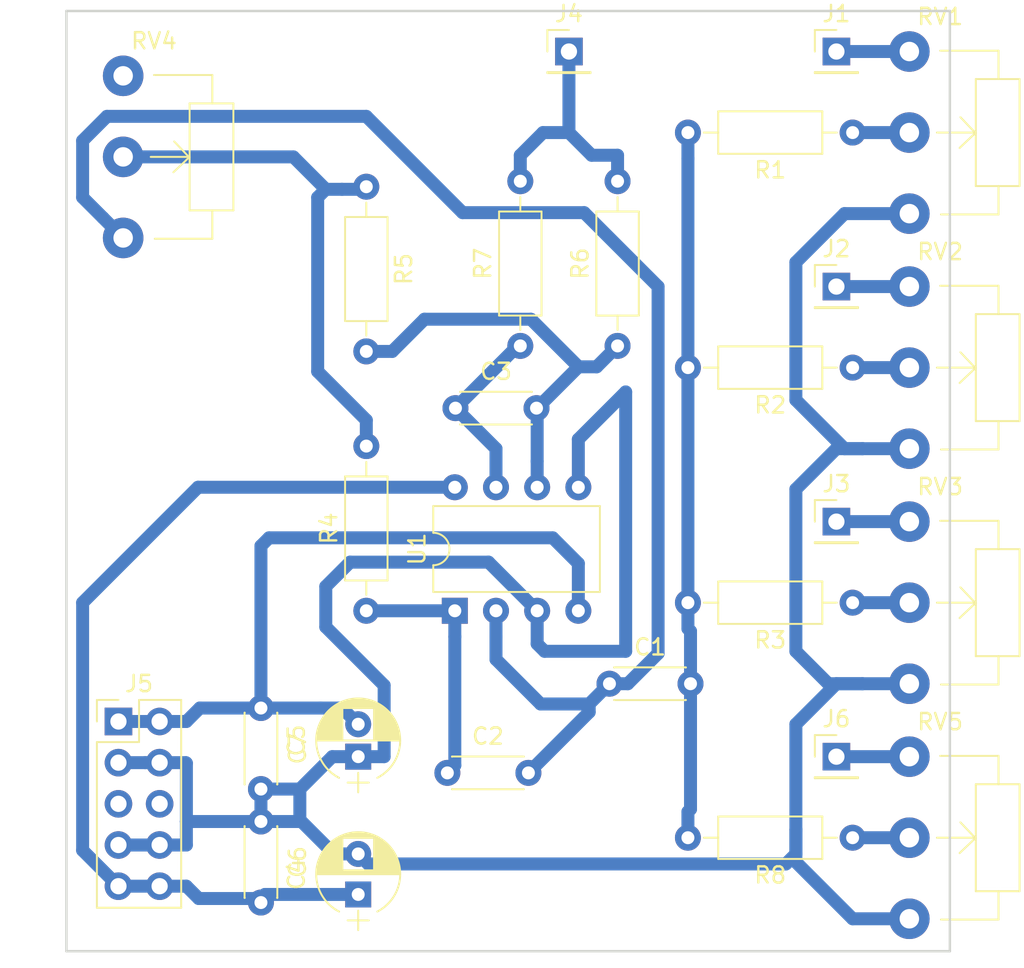
<source format=kicad_pcb>
(kicad_pcb (version 4) (host pcbnew 4.0.7)

  (general
    (links 47)
    (no_connects 0)
    (area 140.424999 64.424999 195.075001 122.575001)
    (thickness 1.6)
    (drawings 4)
    (tracks 146)
    (zones 0)
    (modules 27)
    (nets 19)
  )

  (page A4)
  (layers
    (0 F.Cu signal)
    (31 B.Cu signal)
    (32 B.Adhes user)
    (33 F.Adhes user)
    (34 B.Paste user)
    (35 F.Paste user)
    (36 B.SilkS user)
    (37 F.SilkS user)
    (38 B.Mask user)
    (39 F.Mask user)
    (40 Dwgs.User user)
    (41 Cmts.User user)
    (42 Eco1.User user)
    (43 Eco2.User user)
    (44 Edge.Cuts user)
    (45 Margin user)
    (46 B.CrtYd user)
    (47 F.CrtYd user)
    (48 B.Fab user)
    (49 F.Fab user)
  )

  (setup
    (last_trace_width 0.8)
    (trace_clearance 0.4)
    (zone_clearance 0.508)
    (zone_45_only no)
    (trace_min 0.2)
    (segment_width 0.2)
    (edge_width 0.15)
    (via_size 0.6)
    (via_drill 0.4)
    (via_min_size 0.4)
    (via_min_drill 0.3)
    (uvia_size 0.3)
    (uvia_drill 0.1)
    (uvias_allowed no)
    (uvia_min_size 0.2)
    (uvia_min_drill 0.1)
    (pcb_text_width 0.3)
    (pcb_text_size 1.5 1.5)
    (mod_edge_width 0.15)
    (mod_text_size 1 1)
    (mod_text_width 0.15)
    (pad_size 1.524 1.524)
    (pad_drill 0.762)
    (pad_to_mask_clearance 0.2)
    (aux_axis_origin 0 0)
    (visible_elements FFFFFF7F)
    (pcbplotparams
      (layerselection 0x01000_80000000)
      (usegerberextensions false)
      (excludeedgelayer true)
      (linewidth 0.100000)
      (plotframeref false)
      (viasonmask false)
      (mode 1)
      (useauxorigin false)
      (hpglpennumber 1)
      (hpglpenspeed 20)
      (hpglpendiameter 15)
      (hpglpenoverlay 2)
      (psnegative false)
      (psa4output false)
      (plotreference true)
      (plotvalue true)
      (plotinvisibletext false)
      (padsonsilk false)
      (subtractmaskfromsilk false)
      (outputformat 1)
      (mirror false)
      (drillshape 0)
      (scaleselection 1)
      (outputdirectory gerbers))
  )

  (net 0 "")
  (net 1 "Net-(C1-Pad1)")
  (net 2 "Net-(C1-Pad2)")
  (net 3 "Net-(C2-Pad1)")
  (net 4 "Net-(C3-Pad1)")
  (net 5 "Net-(C3-Pad2)")
  (net 6 +15V)
  (net 7 GND)
  (net 8 -15V)
  (net 9 "Net-(J1-Pad1)")
  (net 10 "Net-(J2-Pad1)")
  (net 11 "Net-(J3-Pad1)")
  (net 12 /OUT)
  (net 13 "Net-(J6-Pad1)")
  (net 14 "Net-(R1-Pad1)")
  (net 15 "Net-(R2-Pad1)")
  (net 16 "Net-(R3-Pad1)")
  (net 17 "Net-(R4-Pad2)")
  (net 18 "Net-(R8-Pad1)")

  (net_class Default "This is the default net class."
    (clearance 0.4)
    (trace_width 0.8)
    (via_dia 0.6)
    (via_drill 0.4)
    (uvia_dia 0.3)
    (uvia_drill 0.1)
    (add_net +15V)
    (add_net -15V)
    (add_net /OUT)
    (add_net GND)
    (add_net "Net-(C1-Pad1)")
    (add_net "Net-(C1-Pad2)")
    (add_net "Net-(C2-Pad1)")
    (add_net "Net-(C3-Pad1)")
    (add_net "Net-(C3-Pad2)")
    (add_net "Net-(J1-Pad1)")
    (add_net "Net-(J2-Pad1)")
    (add_net "Net-(J3-Pad1)")
    (add_net "Net-(J6-Pad1)")
    (add_net "Net-(R1-Pad1)")
    (add_net "Net-(R2-Pad1)")
    (add_net "Net-(R3-Pad1)")
    (add_net "Net-(R4-Pad2)")
    (add_net "Net-(R8-Pad1)")
  )

  (module Potentiometers:Potentiometer_WirePads (layer F.Cu) (tedit 58822A41) (tstamp 5B2BF409)
    (at 144 68.5)
    (descr "Potentiometer, Wire Pads only, RevA, 30 July 2010,")
    (tags "Potentiometer Wire Pads only RevA 30 July 2010 ")
    (path /5B2C3020)
    (fp_text reference RV4 (at 1.9 -2.15) (layer F.SilkS)
      (effects (font (size 1 1) (thickness 0.15)))
    )
    (fp_text value "100k Lin" (at 2 12.2) (layer F.Fab)
      (effects (font (size 1 1) (thickness 0.15)))
    )
    (fp_line (start 4.05 5) (end 1.7 5) (layer F.SilkS) (width 0.12))
    (fp_line (start 5.5 10.05) (end 1.95 10.05) (layer F.SilkS) (width 0.12))
    (fp_line (start 5.5 8.3) (end 5.5 10.05) (layer F.SilkS) (width 0.12))
    (fp_line (start 5.5 1.7) (end 5.5 -0.05) (layer F.SilkS) (width 0.12))
    (fp_line (start 5.5 -0.05) (end 1.9 -0.05) (layer F.SilkS) (width 0.12))
    (fp_line (start 4.1 5) (end 3.1 5.95) (layer F.SilkS) (width 0.12))
    (fp_line (start 4.1 5.05) (end 3.15 4.05) (layer F.SilkS) (width 0.12))
    (fp_line (start 4.1 1.7) (end 6.8 1.7) (layer F.SilkS) (width 0.12))
    (fp_line (start 6.8 1.7) (end 6.8 8.3) (layer F.SilkS) (width 0.12))
    (fp_line (start 6.8 8.3) (end 4.1 8.3) (layer F.SilkS) (width 0.12))
    (fp_line (start 4.1 8.3) (end 4.1 1.7) (layer F.SilkS) (width 0.12))
    (fp_line (start -1.5 -1.5) (end 7.05 -1.5) (layer F.CrtYd) (width 0.05))
    (fp_line (start -1.5 -1.5) (end -1.5 11.5) (layer F.CrtYd) (width 0.05))
    (fp_line (start 7.05 11.5) (end 7.05 -1.5) (layer F.CrtYd) (width 0.05))
    (fp_line (start 7.05 11.5) (end -1.5 11.5) (layer F.CrtYd) (width 0.05))
    (pad 2 thru_hole circle (at 0 5) (size 2.5 2.5) (drill 1.2) (layers *.Cu *.Mask)
      (net 17 "Net-(R4-Pad2)"))
    (pad 3 thru_hole circle (at 0 10) (size 2.5 2.5) (drill 1.2) (layers *.Cu *.Mask)
      (net 1 "Net-(C1-Pad1)"))
    (pad 1 thru_hole circle (at 0 0) (size 2.5 2.5) (drill 1.2) (layers *.Cu *.Mask))
  )

  (module Capacitors_ThroughHole:CP_Radial_D5.0mm_P2.00mm (layer F.Cu) (tedit 597BC7C2) (tstamp 5B2BF38A)
    (at 158.5 110.5 90)
    (descr "CP, Radial series, Radial, pin pitch=2.00mm, , diameter=5mm, Electrolytic Capacitor")
    (tags "CP Radial series Radial pin pitch 2.00mm  diameter 5mm Electrolytic Capacitor")
    (path /5B2CAD53)
    (fp_text reference C5 (at 1 -3.81 90) (layer F.SilkS)
      (effects (font (size 1 1) (thickness 0.15)))
    )
    (fp_text value 10u (at 1 3.81 90) (layer F.Fab)
      (effects (font (size 1 1) (thickness 0.15)))
    )
    (fp_arc (start 1 0) (end -1.30558 -1.18) (angle 125.8) (layer F.SilkS) (width 0.12))
    (fp_arc (start 1 0) (end -1.30558 1.18) (angle -125.8) (layer F.SilkS) (width 0.12))
    (fp_arc (start 1 0) (end 3.30558 -1.18) (angle 54.2) (layer F.SilkS) (width 0.12))
    (fp_circle (center 1 0) (end 3.5 0) (layer F.Fab) (width 0.1))
    (fp_line (start -2.2 0) (end -1 0) (layer F.Fab) (width 0.1))
    (fp_line (start -1.6 -0.65) (end -1.6 0.65) (layer F.Fab) (width 0.1))
    (fp_line (start 1 -2.55) (end 1 2.55) (layer F.SilkS) (width 0.12))
    (fp_line (start 1.04 -2.55) (end 1.04 -0.98) (layer F.SilkS) (width 0.12))
    (fp_line (start 1.04 0.98) (end 1.04 2.55) (layer F.SilkS) (width 0.12))
    (fp_line (start 1.08 -2.549) (end 1.08 -0.98) (layer F.SilkS) (width 0.12))
    (fp_line (start 1.08 0.98) (end 1.08 2.549) (layer F.SilkS) (width 0.12))
    (fp_line (start 1.12 -2.548) (end 1.12 -0.98) (layer F.SilkS) (width 0.12))
    (fp_line (start 1.12 0.98) (end 1.12 2.548) (layer F.SilkS) (width 0.12))
    (fp_line (start 1.16 -2.546) (end 1.16 -0.98) (layer F.SilkS) (width 0.12))
    (fp_line (start 1.16 0.98) (end 1.16 2.546) (layer F.SilkS) (width 0.12))
    (fp_line (start 1.2 -2.543) (end 1.2 -0.98) (layer F.SilkS) (width 0.12))
    (fp_line (start 1.2 0.98) (end 1.2 2.543) (layer F.SilkS) (width 0.12))
    (fp_line (start 1.24 -2.539) (end 1.24 -0.98) (layer F.SilkS) (width 0.12))
    (fp_line (start 1.24 0.98) (end 1.24 2.539) (layer F.SilkS) (width 0.12))
    (fp_line (start 1.28 -2.535) (end 1.28 -0.98) (layer F.SilkS) (width 0.12))
    (fp_line (start 1.28 0.98) (end 1.28 2.535) (layer F.SilkS) (width 0.12))
    (fp_line (start 1.32 -2.531) (end 1.32 -0.98) (layer F.SilkS) (width 0.12))
    (fp_line (start 1.32 0.98) (end 1.32 2.531) (layer F.SilkS) (width 0.12))
    (fp_line (start 1.36 -2.525) (end 1.36 -0.98) (layer F.SilkS) (width 0.12))
    (fp_line (start 1.36 0.98) (end 1.36 2.525) (layer F.SilkS) (width 0.12))
    (fp_line (start 1.4 -2.519) (end 1.4 -0.98) (layer F.SilkS) (width 0.12))
    (fp_line (start 1.4 0.98) (end 1.4 2.519) (layer F.SilkS) (width 0.12))
    (fp_line (start 1.44 -2.513) (end 1.44 -0.98) (layer F.SilkS) (width 0.12))
    (fp_line (start 1.44 0.98) (end 1.44 2.513) (layer F.SilkS) (width 0.12))
    (fp_line (start 1.48 -2.506) (end 1.48 -0.98) (layer F.SilkS) (width 0.12))
    (fp_line (start 1.48 0.98) (end 1.48 2.506) (layer F.SilkS) (width 0.12))
    (fp_line (start 1.52 -2.498) (end 1.52 -0.98) (layer F.SilkS) (width 0.12))
    (fp_line (start 1.52 0.98) (end 1.52 2.498) (layer F.SilkS) (width 0.12))
    (fp_line (start 1.56 -2.489) (end 1.56 -0.98) (layer F.SilkS) (width 0.12))
    (fp_line (start 1.56 0.98) (end 1.56 2.489) (layer F.SilkS) (width 0.12))
    (fp_line (start 1.6 -2.48) (end 1.6 -0.98) (layer F.SilkS) (width 0.12))
    (fp_line (start 1.6 0.98) (end 1.6 2.48) (layer F.SilkS) (width 0.12))
    (fp_line (start 1.64 -2.47) (end 1.64 -0.98) (layer F.SilkS) (width 0.12))
    (fp_line (start 1.64 0.98) (end 1.64 2.47) (layer F.SilkS) (width 0.12))
    (fp_line (start 1.68 -2.46) (end 1.68 -0.98) (layer F.SilkS) (width 0.12))
    (fp_line (start 1.68 0.98) (end 1.68 2.46) (layer F.SilkS) (width 0.12))
    (fp_line (start 1.721 -2.448) (end 1.721 -0.98) (layer F.SilkS) (width 0.12))
    (fp_line (start 1.721 0.98) (end 1.721 2.448) (layer F.SilkS) (width 0.12))
    (fp_line (start 1.761 -2.436) (end 1.761 -0.98) (layer F.SilkS) (width 0.12))
    (fp_line (start 1.761 0.98) (end 1.761 2.436) (layer F.SilkS) (width 0.12))
    (fp_line (start 1.801 -2.424) (end 1.801 -0.98) (layer F.SilkS) (width 0.12))
    (fp_line (start 1.801 0.98) (end 1.801 2.424) (layer F.SilkS) (width 0.12))
    (fp_line (start 1.841 -2.41) (end 1.841 -0.98) (layer F.SilkS) (width 0.12))
    (fp_line (start 1.841 0.98) (end 1.841 2.41) (layer F.SilkS) (width 0.12))
    (fp_line (start 1.881 -2.396) (end 1.881 -0.98) (layer F.SilkS) (width 0.12))
    (fp_line (start 1.881 0.98) (end 1.881 2.396) (layer F.SilkS) (width 0.12))
    (fp_line (start 1.921 -2.382) (end 1.921 -0.98) (layer F.SilkS) (width 0.12))
    (fp_line (start 1.921 0.98) (end 1.921 2.382) (layer F.SilkS) (width 0.12))
    (fp_line (start 1.961 -2.366) (end 1.961 -0.98) (layer F.SilkS) (width 0.12))
    (fp_line (start 1.961 0.98) (end 1.961 2.366) (layer F.SilkS) (width 0.12))
    (fp_line (start 2.001 -2.35) (end 2.001 -0.98) (layer F.SilkS) (width 0.12))
    (fp_line (start 2.001 0.98) (end 2.001 2.35) (layer F.SilkS) (width 0.12))
    (fp_line (start 2.041 -2.333) (end 2.041 -0.98) (layer F.SilkS) (width 0.12))
    (fp_line (start 2.041 0.98) (end 2.041 2.333) (layer F.SilkS) (width 0.12))
    (fp_line (start 2.081 -2.315) (end 2.081 -0.98) (layer F.SilkS) (width 0.12))
    (fp_line (start 2.081 0.98) (end 2.081 2.315) (layer F.SilkS) (width 0.12))
    (fp_line (start 2.121 -2.296) (end 2.121 -0.98) (layer F.SilkS) (width 0.12))
    (fp_line (start 2.121 0.98) (end 2.121 2.296) (layer F.SilkS) (width 0.12))
    (fp_line (start 2.161 -2.276) (end 2.161 -0.98) (layer F.SilkS) (width 0.12))
    (fp_line (start 2.161 0.98) (end 2.161 2.276) (layer F.SilkS) (width 0.12))
    (fp_line (start 2.201 -2.256) (end 2.201 -0.98) (layer F.SilkS) (width 0.12))
    (fp_line (start 2.201 0.98) (end 2.201 2.256) (layer F.SilkS) (width 0.12))
    (fp_line (start 2.241 -2.234) (end 2.241 -0.98) (layer F.SilkS) (width 0.12))
    (fp_line (start 2.241 0.98) (end 2.241 2.234) (layer F.SilkS) (width 0.12))
    (fp_line (start 2.281 -2.212) (end 2.281 -0.98) (layer F.SilkS) (width 0.12))
    (fp_line (start 2.281 0.98) (end 2.281 2.212) (layer F.SilkS) (width 0.12))
    (fp_line (start 2.321 -2.189) (end 2.321 -0.98) (layer F.SilkS) (width 0.12))
    (fp_line (start 2.321 0.98) (end 2.321 2.189) (layer F.SilkS) (width 0.12))
    (fp_line (start 2.361 -2.165) (end 2.361 -0.98) (layer F.SilkS) (width 0.12))
    (fp_line (start 2.361 0.98) (end 2.361 2.165) (layer F.SilkS) (width 0.12))
    (fp_line (start 2.401 -2.14) (end 2.401 -0.98) (layer F.SilkS) (width 0.12))
    (fp_line (start 2.401 0.98) (end 2.401 2.14) (layer F.SilkS) (width 0.12))
    (fp_line (start 2.441 -2.113) (end 2.441 -0.98) (layer F.SilkS) (width 0.12))
    (fp_line (start 2.441 0.98) (end 2.441 2.113) (layer F.SilkS) (width 0.12))
    (fp_line (start 2.481 -2.086) (end 2.481 -0.98) (layer F.SilkS) (width 0.12))
    (fp_line (start 2.481 0.98) (end 2.481 2.086) (layer F.SilkS) (width 0.12))
    (fp_line (start 2.521 -2.058) (end 2.521 -0.98) (layer F.SilkS) (width 0.12))
    (fp_line (start 2.521 0.98) (end 2.521 2.058) (layer F.SilkS) (width 0.12))
    (fp_line (start 2.561 -2.028) (end 2.561 -0.98) (layer F.SilkS) (width 0.12))
    (fp_line (start 2.561 0.98) (end 2.561 2.028) (layer F.SilkS) (width 0.12))
    (fp_line (start 2.601 -1.997) (end 2.601 -0.98) (layer F.SilkS) (width 0.12))
    (fp_line (start 2.601 0.98) (end 2.601 1.997) (layer F.SilkS) (width 0.12))
    (fp_line (start 2.641 -1.965) (end 2.641 -0.98) (layer F.SilkS) (width 0.12))
    (fp_line (start 2.641 0.98) (end 2.641 1.965) (layer F.SilkS) (width 0.12))
    (fp_line (start 2.681 -1.932) (end 2.681 -0.98) (layer F.SilkS) (width 0.12))
    (fp_line (start 2.681 0.98) (end 2.681 1.932) (layer F.SilkS) (width 0.12))
    (fp_line (start 2.721 -1.897) (end 2.721 -0.98) (layer F.SilkS) (width 0.12))
    (fp_line (start 2.721 0.98) (end 2.721 1.897) (layer F.SilkS) (width 0.12))
    (fp_line (start 2.761 -1.861) (end 2.761 -0.98) (layer F.SilkS) (width 0.12))
    (fp_line (start 2.761 0.98) (end 2.761 1.861) (layer F.SilkS) (width 0.12))
    (fp_line (start 2.801 -1.823) (end 2.801 -0.98) (layer F.SilkS) (width 0.12))
    (fp_line (start 2.801 0.98) (end 2.801 1.823) (layer F.SilkS) (width 0.12))
    (fp_line (start 2.841 -1.783) (end 2.841 -0.98) (layer F.SilkS) (width 0.12))
    (fp_line (start 2.841 0.98) (end 2.841 1.783) (layer F.SilkS) (width 0.12))
    (fp_line (start 2.881 -1.742) (end 2.881 -0.98) (layer F.SilkS) (width 0.12))
    (fp_line (start 2.881 0.98) (end 2.881 1.742) (layer F.SilkS) (width 0.12))
    (fp_line (start 2.921 -1.699) (end 2.921 -0.98) (layer F.SilkS) (width 0.12))
    (fp_line (start 2.921 0.98) (end 2.921 1.699) (layer F.SilkS) (width 0.12))
    (fp_line (start 2.961 -1.654) (end 2.961 -0.98) (layer F.SilkS) (width 0.12))
    (fp_line (start 2.961 0.98) (end 2.961 1.654) (layer F.SilkS) (width 0.12))
    (fp_line (start 3.001 -1.606) (end 3.001 1.606) (layer F.SilkS) (width 0.12))
    (fp_line (start 3.041 -1.556) (end 3.041 1.556) (layer F.SilkS) (width 0.12))
    (fp_line (start 3.081 -1.504) (end 3.081 1.504) (layer F.SilkS) (width 0.12))
    (fp_line (start 3.121 -1.448) (end 3.121 1.448) (layer F.SilkS) (width 0.12))
    (fp_line (start 3.161 -1.39) (end 3.161 1.39) (layer F.SilkS) (width 0.12))
    (fp_line (start 3.201 -1.327) (end 3.201 1.327) (layer F.SilkS) (width 0.12))
    (fp_line (start 3.241 -1.261) (end 3.241 1.261) (layer F.SilkS) (width 0.12))
    (fp_line (start 3.281 -1.189) (end 3.281 1.189) (layer F.SilkS) (width 0.12))
    (fp_line (start 3.321 -1.112) (end 3.321 1.112) (layer F.SilkS) (width 0.12))
    (fp_line (start 3.361 -1.028) (end 3.361 1.028) (layer F.SilkS) (width 0.12))
    (fp_line (start 3.401 -0.934) (end 3.401 0.934) (layer F.SilkS) (width 0.12))
    (fp_line (start 3.441 -0.829) (end 3.441 0.829) (layer F.SilkS) (width 0.12))
    (fp_line (start 3.481 -0.707) (end 3.481 0.707) (layer F.SilkS) (width 0.12))
    (fp_line (start 3.521 -0.559) (end 3.521 0.559) (layer F.SilkS) (width 0.12))
    (fp_line (start 3.561 -0.354) (end 3.561 0.354) (layer F.SilkS) (width 0.12))
    (fp_line (start -2.2 0) (end -1 0) (layer F.SilkS) (width 0.12))
    (fp_line (start -1.6 -0.65) (end -1.6 0.65) (layer F.SilkS) (width 0.12))
    (fp_line (start -1.85 -2.85) (end -1.85 2.85) (layer F.CrtYd) (width 0.05))
    (fp_line (start -1.85 2.85) (end 3.85 2.85) (layer F.CrtYd) (width 0.05))
    (fp_line (start 3.85 2.85) (end 3.85 -2.85) (layer F.CrtYd) (width 0.05))
    (fp_line (start 3.85 -2.85) (end -1.85 -2.85) (layer F.CrtYd) (width 0.05))
    (fp_text user %R (at 1 0 90) (layer F.Fab)
      (effects (font (size 1 1) (thickness 0.15)))
    )
    (pad 1 thru_hole rect (at 0 0 90) (size 1.6 1.6) (drill 0.8) (layers *.Cu *.Mask)
      (net 7 GND))
    (pad 2 thru_hole circle (at 2 0 90) (size 1.6 1.6) (drill 0.8) (layers *.Cu *.Mask)
      (net 8 -15V))
    (model ${KISYS3DMOD}/Capacitors_THT.3dshapes/CP_Radial_D5.0mm_P2.00mm.wrl
      (at (xyz 0 0 0))
      (scale (xyz 1 1 1))
      (rotate (xyz 0 0 0))
    )
  )

  (module Pin_Headers:Pin_Header_Straight_1x01_Pitch2.54mm (layer F.Cu) (tedit 59650532) (tstamp 5B2BF39B)
    (at 188 67)
    (descr "Through hole straight pin header, 1x01, 2.54mm pitch, single row")
    (tags "Through hole pin header THT 1x01 2.54mm single row")
    (path /5B2BA694)
    (fp_text reference J1 (at 0 -2.33) (layer F.SilkS)
      (effects (font (size 1 1) (thickness 0.15)))
    )
    (fp_text value Conn_01x01 (at 0 2.33) (layer F.Fab)
      (effects (font (size 1 1) (thickness 0.15)))
    )
    (fp_line (start -0.635 -1.27) (end 1.27 -1.27) (layer F.Fab) (width 0.1))
    (fp_line (start 1.27 -1.27) (end 1.27 1.27) (layer F.Fab) (width 0.1))
    (fp_line (start 1.27 1.27) (end -1.27 1.27) (layer F.Fab) (width 0.1))
    (fp_line (start -1.27 1.27) (end -1.27 -0.635) (layer F.Fab) (width 0.1))
    (fp_line (start -1.27 -0.635) (end -0.635 -1.27) (layer F.Fab) (width 0.1))
    (fp_line (start -1.33 1.33) (end 1.33 1.33) (layer F.SilkS) (width 0.12))
    (fp_line (start -1.33 1.27) (end -1.33 1.33) (layer F.SilkS) (width 0.12))
    (fp_line (start 1.33 1.27) (end 1.33 1.33) (layer F.SilkS) (width 0.12))
    (fp_line (start -1.33 1.27) (end 1.33 1.27) (layer F.SilkS) (width 0.12))
    (fp_line (start -1.33 0) (end -1.33 -1.33) (layer F.SilkS) (width 0.12))
    (fp_line (start -1.33 -1.33) (end 0 -1.33) (layer F.SilkS) (width 0.12))
    (fp_line (start -1.8 -1.8) (end -1.8 1.8) (layer F.CrtYd) (width 0.05))
    (fp_line (start -1.8 1.8) (end 1.8 1.8) (layer F.CrtYd) (width 0.05))
    (fp_line (start 1.8 1.8) (end 1.8 -1.8) (layer F.CrtYd) (width 0.05))
    (fp_line (start 1.8 -1.8) (end -1.8 -1.8) (layer F.CrtYd) (width 0.05))
    (fp_text user %R (at 0 0 90) (layer F.Fab)
      (effects (font (size 1 1) (thickness 0.15)))
    )
    (pad 1 thru_hole rect (at 0 0) (size 1.7 1.7) (drill 1) (layers *.Cu *.Mask)
      (net 9 "Net-(J1-Pad1)"))
    (model ${KISYS3DMOD}/Pin_Headers.3dshapes/Pin_Header_Straight_1x01_Pitch2.54mm.wrl
      (at (xyz 0 0 0))
      (scale (xyz 1 1 1))
      (rotate (xyz 0 0 0))
    )
  )

  (module Pin_Headers:Pin_Header_Straight_1x01_Pitch2.54mm (layer F.Cu) (tedit 59650532) (tstamp 5B2BF3A0)
    (at 188 81.5)
    (descr "Through hole straight pin header, 1x01, 2.54mm pitch, single row")
    (tags "Through hole pin header THT 1x01 2.54mm single row")
    (path /5B2C12B7)
    (fp_text reference J2 (at 0 -2.33) (layer F.SilkS)
      (effects (font (size 1 1) (thickness 0.15)))
    )
    (fp_text value Conn_01x01 (at 0 2.33) (layer F.Fab)
      (effects (font (size 1 1) (thickness 0.15)))
    )
    (fp_line (start -0.635 -1.27) (end 1.27 -1.27) (layer F.Fab) (width 0.1))
    (fp_line (start 1.27 -1.27) (end 1.27 1.27) (layer F.Fab) (width 0.1))
    (fp_line (start 1.27 1.27) (end -1.27 1.27) (layer F.Fab) (width 0.1))
    (fp_line (start -1.27 1.27) (end -1.27 -0.635) (layer F.Fab) (width 0.1))
    (fp_line (start -1.27 -0.635) (end -0.635 -1.27) (layer F.Fab) (width 0.1))
    (fp_line (start -1.33 1.33) (end 1.33 1.33) (layer F.SilkS) (width 0.12))
    (fp_line (start -1.33 1.27) (end -1.33 1.33) (layer F.SilkS) (width 0.12))
    (fp_line (start 1.33 1.27) (end 1.33 1.33) (layer F.SilkS) (width 0.12))
    (fp_line (start -1.33 1.27) (end 1.33 1.27) (layer F.SilkS) (width 0.12))
    (fp_line (start -1.33 0) (end -1.33 -1.33) (layer F.SilkS) (width 0.12))
    (fp_line (start -1.33 -1.33) (end 0 -1.33) (layer F.SilkS) (width 0.12))
    (fp_line (start -1.8 -1.8) (end -1.8 1.8) (layer F.CrtYd) (width 0.05))
    (fp_line (start -1.8 1.8) (end 1.8 1.8) (layer F.CrtYd) (width 0.05))
    (fp_line (start 1.8 1.8) (end 1.8 -1.8) (layer F.CrtYd) (width 0.05))
    (fp_line (start 1.8 -1.8) (end -1.8 -1.8) (layer F.CrtYd) (width 0.05))
    (fp_text user %R (at 0 0 90) (layer F.Fab)
      (effects (font (size 1 1) (thickness 0.15)))
    )
    (pad 1 thru_hole rect (at 0 0) (size 1.7 1.7) (drill 1) (layers *.Cu *.Mask)
      (net 10 "Net-(J2-Pad1)"))
    (model ${KISYS3DMOD}/Pin_Headers.3dshapes/Pin_Header_Straight_1x01_Pitch2.54mm.wrl
      (at (xyz 0 0 0))
      (scale (xyz 1 1 1))
      (rotate (xyz 0 0 0))
    )
  )

  (module Pin_Headers:Pin_Header_Straight_1x01_Pitch2.54mm (layer F.Cu) (tedit 59650532) (tstamp 5B2BF3A5)
    (at 188 96)
    (descr "Through hole straight pin header, 1x01, 2.54mm pitch, single row")
    (tags "Through hole pin header THT 1x01 2.54mm single row")
    (path /5B2C1580)
    (fp_text reference J3 (at 0 -2.33) (layer F.SilkS)
      (effects (font (size 1 1) (thickness 0.15)))
    )
    (fp_text value Conn_01x01 (at 0 2.33) (layer F.Fab)
      (effects (font (size 1 1) (thickness 0.15)))
    )
    (fp_line (start -0.635 -1.27) (end 1.27 -1.27) (layer F.Fab) (width 0.1))
    (fp_line (start 1.27 -1.27) (end 1.27 1.27) (layer F.Fab) (width 0.1))
    (fp_line (start 1.27 1.27) (end -1.27 1.27) (layer F.Fab) (width 0.1))
    (fp_line (start -1.27 1.27) (end -1.27 -0.635) (layer F.Fab) (width 0.1))
    (fp_line (start -1.27 -0.635) (end -0.635 -1.27) (layer F.Fab) (width 0.1))
    (fp_line (start -1.33 1.33) (end 1.33 1.33) (layer F.SilkS) (width 0.12))
    (fp_line (start -1.33 1.27) (end -1.33 1.33) (layer F.SilkS) (width 0.12))
    (fp_line (start 1.33 1.27) (end 1.33 1.33) (layer F.SilkS) (width 0.12))
    (fp_line (start -1.33 1.27) (end 1.33 1.27) (layer F.SilkS) (width 0.12))
    (fp_line (start -1.33 0) (end -1.33 -1.33) (layer F.SilkS) (width 0.12))
    (fp_line (start -1.33 -1.33) (end 0 -1.33) (layer F.SilkS) (width 0.12))
    (fp_line (start -1.8 -1.8) (end -1.8 1.8) (layer F.CrtYd) (width 0.05))
    (fp_line (start -1.8 1.8) (end 1.8 1.8) (layer F.CrtYd) (width 0.05))
    (fp_line (start 1.8 1.8) (end 1.8 -1.8) (layer F.CrtYd) (width 0.05))
    (fp_line (start 1.8 -1.8) (end -1.8 -1.8) (layer F.CrtYd) (width 0.05))
    (fp_text user %R (at 0 0 90) (layer F.Fab)
      (effects (font (size 1 1) (thickness 0.15)))
    )
    (pad 1 thru_hole rect (at 0 0) (size 1.7 1.7) (drill 1) (layers *.Cu *.Mask)
      (net 11 "Net-(J3-Pad1)"))
    (model ${KISYS3DMOD}/Pin_Headers.3dshapes/Pin_Header_Straight_1x01_Pitch2.54mm.wrl
      (at (xyz 0 0 0))
      (scale (xyz 1 1 1))
      (rotate (xyz 0 0 0))
    )
  )

  (module Pin_Headers:Pin_Header_Straight_1x01_Pitch2.54mm (layer F.Cu) (tedit 59650532) (tstamp 5B2BF3AA)
    (at 171.5 67)
    (descr "Through hole straight pin header, 1x01, 2.54mm pitch, single row")
    (tags "Through hole pin header THT 1x01 2.54mm single row")
    (path /5B2BC8A6)
    (fp_text reference J4 (at 0 -2.33) (layer F.SilkS)
      (effects (font (size 1 1) (thickness 0.15)))
    )
    (fp_text value Conn_01x01 (at 0 2.33) (layer F.Fab)
      (effects (font (size 1 1) (thickness 0.15)))
    )
    (fp_line (start -0.635 -1.27) (end 1.27 -1.27) (layer F.Fab) (width 0.1))
    (fp_line (start 1.27 -1.27) (end 1.27 1.27) (layer F.Fab) (width 0.1))
    (fp_line (start 1.27 1.27) (end -1.27 1.27) (layer F.Fab) (width 0.1))
    (fp_line (start -1.27 1.27) (end -1.27 -0.635) (layer F.Fab) (width 0.1))
    (fp_line (start -1.27 -0.635) (end -0.635 -1.27) (layer F.Fab) (width 0.1))
    (fp_line (start -1.33 1.33) (end 1.33 1.33) (layer F.SilkS) (width 0.12))
    (fp_line (start -1.33 1.27) (end -1.33 1.33) (layer F.SilkS) (width 0.12))
    (fp_line (start 1.33 1.27) (end 1.33 1.33) (layer F.SilkS) (width 0.12))
    (fp_line (start -1.33 1.27) (end 1.33 1.27) (layer F.SilkS) (width 0.12))
    (fp_line (start -1.33 0) (end -1.33 -1.33) (layer F.SilkS) (width 0.12))
    (fp_line (start -1.33 -1.33) (end 0 -1.33) (layer F.SilkS) (width 0.12))
    (fp_line (start -1.8 -1.8) (end -1.8 1.8) (layer F.CrtYd) (width 0.05))
    (fp_line (start -1.8 1.8) (end 1.8 1.8) (layer F.CrtYd) (width 0.05))
    (fp_line (start 1.8 1.8) (end 1.8 -1.8) (layer F.CrtYd) (width 0.05))
    (fp_line (start 1.8 -1.8) (end -1.8 -1.8) (layer F.CrtYd) (width 0.05))
    (fp_text user %R (at 0 0 90) (layer F.Fab)
      (effects (font (size 1 1) (thickness 0.15)))
    )
    (pad 1 thru_hole rect (at 0 0) (size 1.7 1.7) (drill 1) (layers *.Cu *.Mask)
      (net 12 /OUT))
    (model ${KISYS3DMOD}/Pin_Headers.3dshapes/Pin_Header_Straight_1x01_Pitch2.54mm.wrl
      (at (xyz 0 0 0))
      (scale (xyz 1 1 1))
      (rotate (xyz 0 0 0))
    )
  )

  (module Pin_Headers:Pin_Header_Straight_2x05_Pitch2.54mm (layer F.Cu) (tedit 59650532) (tstamp 5B2BF3B8)
    (at 143.71 108.33)
    (descr "Through hole straight pin header, 2x05, 2.54mm pitch, double rows")
    (tags "Through hole pin header THT 2x05 2.54mm double row")
    (path /5B2BE509)
    (fp_text reference J5 (at 1.27 -2.33) (layer F.SilkS)
      (effects (font (size 1 1) (thickness 0.15)))
    )
    (fp_text value Conn_02x05_Odd_Even (at 1.27 12.49) (layer F.Fab)
      (effects (font (size 1 1) (thickness 0.15)))
    )
    (fp_line (start 0 -1.27) (end 3.81 -1.27) (layer F.Fab) (width 0.1))
    (fp_line (start 3.81 -1.27) (end 3.81 11.43) (layer F.Fab) (width 0.1))
    (fp_line (start 3.81 11.43) (end -1.27 11.43) (layer F.Fab) (width 0.1))
    (fp_line (start -1.27 11.43) (end -1.27 0) (layer F.Fab) (width 0.1))
    (fp_line (start -1.27 0) (end 0 -1.27) (layer F.Fab) (width 0.1))
    (fp_line (start -1.33 11.49) (end 3.87 11.49) (layer F.SilkS) (width 0.12))
    (fp_line (start -1.33 1.27) (end -1.33 11.49) (layer F.SilkS) (width 0.12))
    (fp_line (start 3.87 -1.33) (end 3.87 11.49) (layer F.SilkS) (width 0.12))
    (fp_line (start -1.33 1.27) (end 1.27 1.27) (layer F.SilkS) (width 0.12))
    (fp_line (start 1.27 1.27) (end 1.27 -1.33) (layer F.SilkS) (width 0.12))
    (fp_line (start 1.27 -1.33) (end 3.87 -1.33) (layer F.SilkS) (width 0.12))
    (fp_line (start -1.33 0) (end -1.33 -1.33) (layer F.SilkS) (width 0.12))
    (fp_line (start -1.33 -1.33) (end 0 -1.33) (layer F.SilkS) (width 0.12))
    (fp_line (start -1.8 -1.8) (end -1.8 11.95) (layer F.CrtYd) (width 0.05))
    (fp_line (start -1.8 11.95) (end 4.35 11.95) (layer F.CrtYd) (width 0.05))
    (fp_line (start 4.35 11.95) (end 4.35 -1.8) (layer F.CrtYd) (width 0.05))
    (fp_line (start 4.35 -1.8) (end -1.8 -1.8) (layer F.CrtYd) (width 0.05))
    (fp_text user %R (at 1.27 5.08 90) (layer F.Fab)
      (effects (font (size 1 1) (thickness 0.15)))
    )
    (pad 1 thru_hole rect (at 0 0) (size 1.7 1.7) (drill 1) (layers *.Cu *.Mask)
      (net 8 -15V))
    (pad 2 thru_hole oval (at 2.54 0) (size 1.7 1.7) (drill 1) (layers *.Cu *.Mask)
      (net 8 -15V))
    (pad 3 thru_hole oval (at 0 2.54) (size 1.7 1.7) (drill 1) (layers *.Cu *.Mask)
      (net 7 GND))
    (pad 4 thru_hole oval (at 2.54 2.54) (size 1.7 1.7) (drill 1) (layers *.Cu *.Mask)
      (net 7 GND))
    (pad 5 thru_hole oval (at 0 5.08) (size 1.7 1.7) (drill 1) (layers *.Cu *.Mask))
    (pad 6 thru_hole oval (at 2.54 5.08) (size 1.7 1.7) (drill 1) (layers *.Cu *.Mask))
    (pad 7 thru_hole oval (at 0 7.62) (size 1.7 1.7) (drill 1) (layers *.Cu *.Mask)
      (net 7 GND))
    (pad 8 thru_hole oval (at 2.54 7.62) (size 1.7 1.7) (drill 1) (layers *.Cu *.Mask)
      (net 7 GND))
    (pad 9 thru_hole oval (at 0 10.16) (size 1.7 1.7) (drill 1) (layers *.Cu *.Mask)
      (net 6 +15V))
    (pad 10 thru_hole oval (at 2.54 10.16) (size 1.7 1.7) (drill 1) (layers *.Cu *.Mask)
      (net 6 +15V))
    (model ${KISYS3DMOD}/Pin_Headers.3dshapes/Pin_Header_Straight_2x05_Pitch2.54mm.wrl
      (at (xyz 0 0 0))
      (scale (xyz 1 1 1))
      (rotate (xyz 0 0 0))
    )
  )

  (module Pin_Headers:Pin_Header_Straight_1x01_Pitch2.54mm (layer F.Cu) (tedit 59650532) (tstamp 5B2BF3BD)
    (at 188 110.5)
    (descr "Through hole straight pin header, 1x01, 2.54mm pitch, single row")
    (tags "Through hole pin header THT 1x01 2.54mm single row")
    (path /5B2D045B)
    (fp_text reference J6 (at 0 -2.33) (layer F.SilkS)
      (effects (font (size 1 1) (thickness 0.15)))
    )
    (fp_text value Conn_01x01 (at 0 2.33) (layer F.Fab)
      (effects (font (size 1 1) (thickness 0.15)))
    )
    (fp_line (start -0.635 -1.27) (end 1.27 -1.27) (layer F.Fab) (width 0.1))
    (fp_line (start 1.27 -1.27) (end 1.27 1.27) (layer F.Fab) (width 0.1))
    (fp_line (start 1.27 1.27) (end -1.27 1.27) (layer F.Fab) (width 0.1))
    (fp_line (start -1.27 1.27) (end -1.27 -0.635) (layer F.Fab) (width 0.1))
    (fp_line (start -1.27 -0.635) (end -0.635 -1.27) (layer F.Fab) (width 0.1))
    (fp_line (start -1.33 1.33) (end 1.33 1.33) (layer F.SilkS) (width 0.12))
    (fp_line (start -1.33 1.27) (end -1.33 1.33) (layer F.SilkS) (width 0.12))
    (fp_line (start 1.33 1.27) (end 1.33 1.33) (layer F.SilkS) (width 0.12))
    (fp_line (start -1.33 1.27) (end 1.33 1.27) (layer F.SilkS) (width 0.12))
    (fp_line (start -1.33 0) (end -1.33 -1.33) (layer F.SilkS) (width 0.12))
    (fp_line (start -1.33 -1.33) (end 0 -1.33) (layer F.SilkS) (width 0.12))
    (fp_line (start -1.8 -1.8) (end -1.8 1.8) (layer F.CrtYd) (width 0.05))
    (fp_line (start -1.8 1.8) (end 1.8 1.8) (layer F.CrtYd) (width 0.05))
    (fp_line (start 1.8 1.8) (end 1.8 -1.8) (layer F.CrtYd) (width 0.05))
    (fp_line (start 1.8 -1.8) (end -1.8 -1.8) (layer F.CrtYd) (width 0.05))
    (fp_text user %R (at 0 0 90) (layer F.Fab)
      (effects (font (size 1 1) (thickness 0.15)))
    )
    (pad 1 thru_hole rect (at 0 0) (size 1.7 1.7) (drill 1) (layers *.Cu *.Mask)
      (net 13 "Net-(J6-Pad1)"))
    (model ${KISYS3DMOD}/Pin_Headers.3dshapes/Pin_Header_Straight_1x01_Pitch2.54mm.wrl
      (at (xyz 0 0 0))
      (scale (xyz 1 1 1))
      (rotate (xyz 0 0 0))
    )
  )

  (module Potentiometers:Potentiometer_WirePads (layer F.Cu) (tedit 58822A41) (tstamp 5B2BF3F4)
    (at 192.5 67)
    (descr "Potentiometer, Wire Pads only, RevA, 30 July 2010,")
    (tags "Potentiometer Wire Pads only RevA 30 July 2010 ")
    (path /5B2BA60C)
    (fp_text reference RV1 (at 1.9 -2.15) (layer F.SilkS)
      (effects (font (size 1 1) (thickness 0.15)))
    )
    (fp_text value "100k Lin" (at 2 12.2) (layer F.Fab)
      (effects (font (size 1 1) (thickness 0.15)))
    )
    (fp_line (start 4.05 5) (end 1.7 5) (layer F.SilkS) (width 0.12))
    (fp_line (start 5.5 10.05) (end 1.95 10.05) (layer F.SilkS) (width 0.12))
    (fp_line (start 5.5 8.3) (end 5.5 10.05) (layer F.SilkS) (width 0.12))
    (fp_line (start 5.5 1.7) (end 5.5 -0.05) (layer F.SilkS) (width 0.12))
    (fp_line (start 5.5 -0.05) (end 1.9 -0.05) (layer F.SilkS) (width 0.12))
    (fp_line (start 4.1 5) (end 3.1 5.95) (layer F.SilkS) (width 0.12))
    (fp_line (start 4.1 5.05) (end 3.15 4.05) (layer F.SilkS) (width 0.12))
    (fp_line (start 4.1 1.7) (end 6.8 1.7) (layer F.SilkS) (width 0.12))
    (fp_line (start 6.8 1.7) (end 6.8 8.3) (layer F.SilkS) (width 0.12))
    (fp_line (start 6.8 8.3) (end 4.1 8.3) (layer F.SilkS) (width 0.12))
    (fp_line (start 4.1 8.3) (end 4.1 1.7) (layer F.SilkS) (width 0.12))
    (fp_line (start -1.5 -1.5) (end 7.05 -1.5) (layer F.CrtYd) (width 0.05))
    (fp_line (start -1.5 -1.5) (end -1.5 11.5) (layer F.CrtYd) (width 0.05))
    (fp_line (start 7.05 11.5) (end 7.05 -1.5) (layer F.CrtYd) (width 0.05))
    (fp_line (start 7.05 11.5) (end -1.5 11.5) (layer F.CrtYd) (width 0.05))
    (pad 2 thru_hole circle (at 0 5) (size 2.5 2.5) (drill 1.2) (layers *.Cu *.Mask)
      (net 14 "Net-(R1-Pad1)"))
    (pad 3 thru_hole circle (at 0 10) (size 2.5 2.5) (drill 1.2) (layers *.Cu *.Mask)
      (net 7 GND))
    (pad 1 thru_hole circle (at 0 0) (size 2.5 2.5) (drill 1.2) (layers *.Cu *.Mask)
      (net 9 "Net-(J1-Pad1)"))
  )

  (module Potentiometers:Potentiometer_WirePads (layer F.Cu) (tedit 58822A41) (tstamp 5B2BF3FB)
    (at 192.5 81.5)
    (descr "Potentiometer, Wire Pads only, RevA, 30 July 2010,")
    (tags "Potentiometer Wire Pads only RevA 30 July 2010 ")
    (path /5B2C12B1)
    (fp_text reference RV2 (at 1.9 -2.15) (layer F.SilkS)
      (effects (font (size 1 1) (thickness 0.15)))
    )
    (fp_text value "100k Lin" (at 2 12.2) (layer F.Fab)
      (effects (font (size 1 1) (thickness 0.15)))
    )
    (fp_line (start 4.05 5) (end 1.7 5) (layer F.SilkS) (width 0.12))
    (fp_line (start 5.5 10.05) (end 1.95 10.05) (layer F.SilkS) (width 0.12))
    (fp_line (start 5.5 8.3) (end 5.5 10.05) (layer F.SilkS) (width 0.12))
    (fp_line (start 5.5 1.7) (end 5.5 -0.05) (layer F.SilkS) (width 0.12))
    (fp_line (start 5.5 -0.05) (end 1.9 -0.05) (layer F.SilkS) (width 0.12))
    (fp_line (start 4.1 5) (end 3.1 5.95) (layer F.SilkS) (width 0.12))
    (fp_line (start 4.1 5.05) (end 3.15 4.05) (layer F.SilkS) (width 0.12))
    (fp_line (start 4.1 1.7) (end 6.8 1.7) (layer F.SilkS) (width 0.12))
    (fp_line (start 6.8 1.7) (end 6.8 8.3) (layer F.SilkS) (width 0.12))
    (fp_line (start 6.8 8.3) (end 4.1 8.3) (layer F.SilkS) (width 0.12))
    (fp_line (start 4.1 8.3) (end 4.1 1.7) (layer F.SilkS) (width 0.12))
    (fp_line (start -1.5 -1.5) (end 7.05 -1.5) (layer F.CrtYd) (width 0.05))
    (fp_line (start -1.5 -1.5) (end -1.5 11.5) (layer F.CrtYd) (width 0.05))
    (fp_line (start 7.05 11.5) (end 7.05 -1.5) (layer F.CrtYd) (width 0.05))
    (fp_line (start 7.05 11.5) (end -1.5 11.5) (layer F.CrtYd) (width 0.05))
    (pad 2 thru_hole circle (at 0 5) (size 2.5 2.5) (drill 1.2) (layers *.Cu *.Mask)
      (net 15 "Net-(R2-Pad1)"))
    (pad 3 thru_hole circle (at 0 10) (size 2.5 2.5) (drill 1.2) (layers *.Cu *.Mask)
      (net 7 GND))
    (pad 1 thru_hole circle (at 0 0) (size 2.5 2.5) (drill 1.2) (layers *.Cu *.Mask)
      (net 10 "Net-(J2-Pad1)"))
  )

  (module Potentiometers:Potentiometer_WirePads (layer F.Cu) (tedit 58822A41) (tstamp 5B2BF402)
    (at 192.5 96)
    (descr "Potentiometer, Wire Pads only, RevA, 30 July 2010,")
    (tags "Potentiometer Wire Pads only RevA 30 July 2010 ")
    (path /5B2C157A)
    (fp_text reference RV3 (at 1.9 -2.15) (layer F.SilkS)
      (effects (font (size 1 1) (thickness 0.15)))
    )
    (fp_text value "100k Lin" (at 2 12.2) (layer F.Fab)
      (effects (font (size 1 1) (thickness 0.15)))
    )
    (fp_line (start 4.05 5) (end 1.7 5) (layer F.SilkS) (width 0.12))
    (fp_line (start 5.5 10.05) (end 1.95 10.05) (layer F.SilkS) (width 0.12))
    (fp_line (start 5.5 8.3) (end 5.5 10.05) (layer F.SilkS) (width 0.12))
    (fp_line (start 5.5 1.7) (end 5.5 -0.05) (layer F.SilkS) (width 0.12))
    (fp_line (start 5.5 -0.05) (end 1.9 -0.05) (layer F.SilkS) (width 0.12))
    (fp_line (start 4.1 5) (end 3.1 5.95) (layer F.SilkS) (width 0.12))
    (fp_line (start 4.1 5.05) (end 3.15 4.05) (layer F.SilkS) (width 0.12))
    (fp_line (start 4.1 1.7) (end 6.8 1.7) (layer F.SilkS) (width 0.12))
    (fp_line (start 6.8 1.7) (end 6.8 8.3) (layer F.SilkS) (width 0.12))
    (fp_line (start 6.8 8.3) (end 4.1 8.3) (layer F.SilkS) (width 0.12))
    (fp_line (start 4.1 8.3) (end 4.1 1.7) (layer F.SilkS) (width 0.12))
    (fp_line (start -1.5 -1.5) (end 7.05 -1.5) (layer F.CrtYd) (width 0.05))
    (fp_line (start -1.5 -1.5) (end -1.5 11.5) (layer F.CrtYd) (width 0.05))
    (fp_line (start 7.05 11.5) (end 7.05 -1.5) (layer F.CrtYd) (width 0.05))
    (fp_line (start 7.05 11.5) (end -1.5 11.5) (layer F.CrtYd) (width 0.05))
    (pad 2 thru_hole circle (at 0 5) (size 2.5 2.5) (drill 1.2) (layers *.Cu *.Mask)
      (net 16 "Net-(R3-Pad1)"))
    (pad 3 thru_hole circle (at 0 10) (size 2.5 2.5) (drill 1.2) (layers *.Cu *.Mask)
      (net 7 GND))
    (pad 1 thru_hole circle (at 0 0) (size 2.5 2.5) (drill 1.2) (layers *.Cu *.Mask)
      (net 11 "Net-(J3-Pad1)"))
  )

  (module Potentiometers:Potentiometer_WirePads (layer F.Cu) (tedit 58822A41) (tstamp 5B2BF410)
    (at 192.5 110.5)
    (descr "Potentiometer, Wire Pads only, RevA, 30 July 2010,")
    (tags "Potentiometer Wire Pads only RevA 30 July 2010 ")
    (path /5B2D0455)
    (fp_text reference RV5 (at 1.9 -2.15) (layer F.SilkS)
      (effects (font (size 1 1) (thickness 0.15)))
    )
    (fp_text value "100k Lin" (at 2 12.2) (layer F.Fab)
      (effects (font (size 1 1) (thickness 0.15)))
    )
    (fp_line (start 4.05 5) (end 1.7 5) (layer F.SilkS) (width 0.12))
    (fp_line (start 5.5 10.05) (end 1.95 10.05) (layer F.SilkS) (width 0.12))
    (fp_line (start 5.5 8.3) (end 5.5 10.05) (layer F.SilkS) (width 0.12))
    (fp_line (start 5.5 1.7) (end 5.5 -0.05) (layer F.SilkS) (width 0.12))
    (fp_line (start 5.5 -0.05) (end 1.9 -0.05) (layer F.SilkS) (width 0.12))
    (fp_line (start 4.1 5) (end 3.1 5.95) (layer F.SilkS) (width 0.12))
    (fp_line (start 4.1 5.05) (end 3.15 4.05) (layer F.SilkS) (width 0.12))
    (fp_line (start 4.1 1.7) (end 6.8 1.7) (layer F.SilkS) (width 0.12))
    (fp_line (start 6.8 1.7) (end 6.8 8.3) (layer F.SilkS) (width 0.12))
    (fp_line (start 6.8 8.3) (end 4.1 8.3) (layer F.SilkS) (width 0.12))
    (fp_line (start 4.1 8.3) (end 4.1 1.7) (layer F.SilkS) (width 0.12))
    (fp_line (start -1.5 -1.5) (end 7.05 -1.5) (layer F.CrtYd) (width 0.05))
    (fp_line (start -1.5 -1.5) (end -1.5 11.5) (layer F.CrtYd) (width 0.05))
    (fp_line (start 7.05 11.5) (end 7.05 -1.5) (layer F.CrtYd) (width 0.05))
    (fp_line (start 7.05 11.5) (end -1.5 11.5) (layer F.CrtYd) (width 0.05))
    (pad 2 thru_hole circle (at 0 5) (size 2.5 2.5) (drill 1.2) (layers *.Cu *.Mask)
      (net 18 "Net-(R8-Pad1)"))
    (pad 3 thru_hole circle (at 0 10) (size 2.5 2.5) (drill 1.2) (layers *.Cu *.Mask)
      (net 7 GND))
    (pad 1 thru_hole circle (at 0 0) (size 2.5 2.5) (drill 1.2) (layers *.Cu *.Mask)
      (net 13 "Net-(J6-Pad1)"))
  )

  (module Housings_DIP:DIP-8_W7.62mm (layer F.Cu) (tedit 59C78D6B) (tstamp 5B2BF41C)
    (at 164.46 101.5 90)
    (descr "8-lead though-hole mounted DIP package, row spacing 7.62 mm (300 mils)")
    (tags "THT DIP DIL PDIP 2.54mm 7.62mm 300mil")
    (path /5B2BB7EE)
    (fp_text reference U1 (at 3.81 -2.33 90) (layer F.SilkS)
      (effects (font (size 1 1) (thickness 0.15)))
    )
    (fp_text value TL072 (at 3.81 9.95 90) (layer F.Fab)
      (effects (font (size 1 1) (thickness 0.15)))
    )
    (fp_arc (start 3.81 -1.33) (end 2.81 -1.33) (angle -180) (layer F.SilkS) (width 0.12))
    (fp_line (start 1.635 -1.27) (end 6.985 -1.27) (layer F.Fab) (width 0.1))
    (fp_line (start 6.985 -1.27) (end 6.985 8.89) (layer F.Fab) (width 0.1))
    (fp_line (start 6.985 8.89) (end 0.635 8.89) (layer F.Fab) (width 0.1))
    (fp_line (start 0.635 8.89) (end 0.635 -0.27) (layer F.Fab) (width 0.1))
    (fp_line (start 0.635 -0.27) (end 1.635 -1.27) (layer F.Fab) (width 0.1))
    (fp_line (start 2.81 -1.33) (end 1.16 -1.33) (layer F.SilkS) (width 0.12))
    (fp_line (start 1.16 -1.33) (end 1.16 8.95) (layer F.SilkS) (width 0.12))
    (fp_line (start 1.16 8.95) (end 6.46 8.95) (layer F.SilkS) (width 0.12))
    (fp_line (start 6.46 8.95) (end 6.46 -1.33) (layer F.SilkS) (width 0.12))
    (fp_line (start 6.46 -1.33) (end 4.81 -1.33) (layer F.SilkS) (width 0.12))
    (fp_line (start -1.1 -1.55) (end -1.1 9.15) (layer F.CrtYd) (width 0.05))
    (fp_line (start -1.1 9.15) (end 8.7 9.15) (layer F.CrtYd) (width 0.05))
    (fp_line (start 8.7 9.15) (end 8.7 -1.55) (layer F.CrtYd) (width 0.05))
    (fp_line (start 8.7 -1.55) (end -1.1 -1.55) (layer F.CrtYd) (width 0.05))
    (fp_text user %R (at 3.81 3.81 90) (layer F.Fab)
      (effects (font (size 1 1) (thickness 0.15)))
    )
    (pad 1 thru_hole rect (at 0 0 90) (size 1.6 1.6) (drill 0.8) (layers *.Cu *.Mask)
      (net 3 "Net-(C2-Pad1)"))
    (pad 5 thru_hole oval (at 7.62 7.62 90) (size 1.6 1.6) (drill 0.8) (layers *.Cu *.Mask)
      (net 7 GND))
    (pad 2 thru_hole oval (at 0 2.54 90) (size 1.6 1.6) (drill 0.8) (layers *.Cu *.Mask)
      (net 1 "Net-(C1-Pad1)"))
    (pad 6 thru_hole oval (at 7.62 5.08 90) (size 1.6 1.6) (drill 0.8) (layers *.Cu *.Mask)
      (net 5 "Net-(C3-Pad2)"))
    (pad 3 thru_hole oval (at 0 5.08 90) (size 1.6 1.6) (drill 0.8) (layers *.Cu *.Mask)
      (net 7 GND))
    (pad 7 thru_hole oval (at 7.62 2.54 90) (size 1.6 1.6) (drill 0.8) (layers *.Cu *.Mask)
      (net 4 "Net-(C3-Pad1)"))
    (pad 4 thru_hole oval (at 0 7.62 90) (size 1.6 1.6) (drill 0.8) (layers *.Cu *.Mask)
      (net 8 -15V))
    (pad 8 thru_hole oval (at 7.62 0 90) (size 1.6 1.6) (drill 0.8) (layers *.Cu *.Mask)
      (net 6 +15V))
    (model ${KISYS3DMOD}/Housings_DIP.3dshapes/DIP-8_W7.62mm.wrl
      (at (xyz 0 0 0))
      (scale (xyz 1 1 1))
      (rotate (xyz 0 0 0))
    )
  )

  (module Capacitors_ThroughHole:C_Disc_D4.3mm_W1.9mm_P5.00mm (layer F.Cu) (tedit 597BC7C2) (tstamp 5B2BFB23)
    (at 174 106)
    (descr "C, Disc series, Radial, pin pitch=5.00mm, , diameter*width=4.3*1.9mm^2, Capacitor, http://www.vishay.com/docs/45233/krseries.pdf")
    (tags "C Disc series Radial pin pitch 5.00mm  diameter 4.3mm width 1.9mm Capacitor")
    (path /5B2C233E)
    (fp_text reference C1 (at 2.5 -2.26) (layer F.SilkS)
      (effects (font (size 1 1) (thickness 0.15)))
    )
    (fp_text value 470n (at 2.5 2.26) (layer F.Fab)
      (effects (font (size 1 1) (thickness 0.15)))
    )
    (fp_line (start 0.35 -0.95) (end 0.35 0.95) (layer F.Fab) (width 0.1))
    (fp_line (start 0.35 0.95) (end 4.65 0.95) (layer F.Fab) (width 0.1))
    (fp_line (start 4.65 0.95) (end 4.65 -0.95) (layer F.Fab) (width 0.1))
    (fp_line (start 4.65 -0.95) (end 0.35 -0.95) (layer F.Fab) (width 0.1))
    (fp_line (start 0.29 -1.01) (end 4.71 -1.01) (layer F.SilkS) (width 0.12))
    (fp_line (start 0.29 1.01) (end 4.71 1.01) (layer F.SilkS) (width 0.12))
    (fp_line (start 0.29 -1.01) (end 0.29 -0.996) (layer F.SilkS) (width 0.12))
    (fp_line (start 0.29 0.996) (end 0.29 1.01) (layer F.SilkS) (width 0.12))
    (fp_line (start 4.71 -1.01) (end 4.71 -0.996) (layer F.SilkS) (width 0.12))
    (fp_line (start 4.71 0.996) (end 4.71 1.01) (layer F.SilkS) (width 0.12))
    (fp_line (start -1.05 -1.3) (end -1.05 1.3) (layer F.CrtYd) (width 0.05))
    (fp_line (start -1.05 1.3) (end 6.05 1.3) (layer F.CrtYd) (width 0.05))
    (fp_line (start 6.05 1.3) (end 6.05 -1.3) (layer F.CrtYd) (width 0.05))
    (fp_line (start 6.05 -1.3) (end -1.05 -1.3) (layer F.CrtYd) (width 0.05))
    (fp_text user %R (at 2.5 0) (layer F.Fab)
      (effects (font (size 1 1) (thickness 0.15)))
    )
    (pad 1 thru_hole circle (at 0 0) (size 1.6 1.6) (drill 0.8) (layers *.Cu *.Mask)
      (net 1 "Net-(C1-Pad1)"))
    (pad 2 thru_hole circle (at 5 0) (size 1.6 1.6) (drill 0.8) (layers *.Cu *.Mask)
      (net 2 "Net-(C1-Pad2)"))
    (model ${KISYS3DMOD}/Capacitors_THT.3dshapes/C_Disc_D4.3mm_W1.9mm_P5.00mm.wrl
      (at (xyz 0 0 0))
      (scale (xyz 1 1 1))
      (rotate (xyz 0 0 0))
    )
  )

  (module Capacitors_ThroughHole:C_Disc_D4.3mm_W1.9mm_P5.00mm (layer F.Cu) (tedit 597BC7C2) (tstamp 5B2BFB28)
    (at 164 111.5)
    (descr "C, Disc series, Radial, pin pitch=5.00mm, , diameter*width=4.3*1.9mm^2, Capacitor, http://www.vishay.com/docs/45233/krseries.pdf")
    (tags "C Disc series Radial pin pitch 5.00mm  diameter 4.3mm width 1.9mm Capacitor")
    (path /5B2BAE38)
    (fp_text reference C2 (at 2.5 -2.26) (layer F.SilkS)
      (effects (font (size 1 1) (thickness 0.15)))
    )
    (fp_text value 47pF (at 2.5 2.26) (layer F.Fab)
      (effects (font (size 1 1) (thickness 0.15)))
    )
    (fp_line (start 0.35 -0.95) (end 0.35 0.95) (layer F.Fab) (width 0.1))
    (fp_line (start 0.35 0.95) (end 4.65 0.95) (layer F.Fab) (width 0.1))
    (fp_line (start 4.65 0.95) (end 4.65 -0.95) (layer F.Fab) (width 0.1))
    (fp_line (start 4.65 -0.95) (end 0.35 -0.95) (layer F.Fab) (width 0.1))
    (fp_line (start 0.29 -1.01) (end 4.71 -1.01) (layer F.SilkS) (width 0.12))
    (fp_line (start 0.29 1.01) (end 4.71 1.01) (layer F.SilkS) (width 0.12))
    (fp_line (start 0.29 -1.01) (end 0.29 -0.996) (layer F.SilkS) (width 0.12))
    (fp_line (start 0.29 0.996) (end 0.29 1.01) (layer F.SilkS) (width 0.12))
    (fp_line (start 4.71 -1.01) (end 4.71 -0.996) (layer F.SilkS) (width 0.12))
    (fp_line (start 4.71 0.996) (end 4.71 1.01) (layer F.SilkS) (width 0.12))
    (fp_line (start -1.05 -1.3) (end -1.05 1.3) (layer F.CrtYd) (width 0.05))
    (fp_line (start -1.05 1.3) (end 6.05 1.3) (layer F.CrtYd) (width 0.05))
    (fp_line (start 6.05 1.3) (end 6.05 -1.3) (layer F.CrtYd) (width 0.05))
    (fp_line (start 6.05 -1.3) (end -1.05 -1.3) (layer F.CrtYd) (width 0.05))
    (fp_text user %R (at 2.5 0) (layer F.Fab)
      (effects (font (size 1 1) (thickness 0.15)))
    )
    (pad 1 thru_hole circle (at 0 0) (size 1.6 1.6) (drill 0.8) (layers *.Cu *.Mask)
      (net 3 "Net-(C2-Pad1)"))
    (pad 2 thru_hole circle (at 5 0) (size 1.6 1.6) (drill 0.8) (layers *.Cu *.Mask)
      (net 1 "Net-(C1-Pad1)"))
    (model ${KISYS3DMOD}/Capacitors_THT.3dshapes/C_Disc_D4.3mm_W1.9mm_P5.00mm.wrl
      (at (xyz 0 0 0))
      (scale (xyz 1 1 1))
      (rotate (xyz 0 0 0))
    )
  )

  (module Capacitors_ThroughHole:C_Disc_D4.3mm_W1.9mm_P5.00mm (layer F.Cu) (tedit 597BC7C2) (tstamp 5B2BFB2D)
    (at 164.5 89)
    (descr "C, Disc series, Radial, pin pitch=5.00mm, , diameter*width=4.3*1.9mm^2, Capacitor, http://www.vishay.com/docs/45233/krseries.pdf")
    (tags "C Disc series Radial pin pitch 5.00mm  diameter 4.3mm width 1.9mm Capacitor")
    (path /5B2BC530)
    (fp_text reference C3 (at 2.5 -2.26) (layer F.SilkS)
      (effects (font (size 1 1) (thickness 0.15)))
    )
    (fp_text value 47pF (at 2.5 2.26) (layer F.Fab)
      (effects (font (size 1 1) (thickness 0.15)))
    )
    (fp_line (start 0.35 -0.95) (end 0.35 0.95) (layer F.Fab) (width 0.1))
    (fp_line (start 0.35 0.95) (end 4.65 0.95) (layer F.Fab) (width 0.1))
    (fp_line (start 4.65 0.95) (end 4.65 -0.95) (layer F.Fab) (width 0.1))
    (fp_line (start 4.65 -0.95) (end 0.35 -0.95) (layer F.Fab) (width 0.1))
    (fp_line (start 0.29 -1.01) (end 4.71 -1.01) (layer F.SilkS) (width 0.12))
    (fp_line (start 0.29 1.01) (end 4.71 1.01) (layer F.SilkS) (width 0.12))
    (fp_line (start 0.29 -1.01) (end 0.29 -0.996) (layer F.SilkS) (width 0.12))
    (fp_line (start 0.29 0.996) (end 0.29 1.01) (layer F.SilkS) (width 0.12))
    (fp_line (start 4.71 -1.01) (end 4.71 -0.996) (layer F.SilkS) (width 0.12))
    (fp_line (start 4.71 0.996) (end 4.71 1.01) (layer F.SilkS) (width 0.12))
    (fp_line (start -1.05 -1.3) (end -1.05 1.3) (layer F.CrtYd) (width 0.05))
    (fp_line (start -1.05 1.3) (end 6.05 1.3) (layer F.CrtYd) (width 0.05))
    (fp_line (start 6.05 1.3) (end 6.05 -1.3) (layer F.CrtYd) (width 0.05))
    (fp_line (start 6.05 -1.3) (end -1.05 -1.3) (layer F.CrtYd) (width 0.05))
    (fp_text user %R (at 2.5 0) (layer F.Fab)
      (effects (font (size 1 1) (thickness 0.15)))
    )
    (pad 1 thru_hole circle (at 0 0) (size 1.6 1.6) (drill 0.8) (layers *.Cu *.Mask)
      (net 4 "Net-(C3-Pad1)"))
    (pad 2 thru_hole circle (at 5 0) (size 1.6 1.6) (drill 0.8) (layers *.Cu *.Mask)
      (net 5 "Net-(C3-Pad2)"))
    (model ${KISYS3DMOD}/Capacitors_THT.3dshapes/C_Disc_D4.3mm_W1.9mm_P5.00mm.wrl
      (at (xyz 0 0 0))
      (scale (xyz 1 1 1))
      (rotate (xyz 0 0 0))
    )
  )

  (module Capacitors_ThroughHole:CP_Radial_D5.0mm_P2.50mm (layer F.Cu) (tedit 597BC7C2) (tstamp 5B2BFB32)
    (at 158.5 119 90)
    (descr "CP, Radial series, Radial, pin pitch=2.50mm, , diameter=5mm, Electrolytic Capacitor")
    (tags "CP Radial series Radial pin pitch 2.50mm  diameter 5mm Electrolytic Capacitor")
    (path /5B2CAC56)
    (fp_text reference C4 (at 1.25 -3.81 90) (layer F.SilkS)
      (effects (font (size 1 1) (thickness 0.15)))
    )
    (fp_text value 10u (at 1.25 3.81 90) (layer F.Fab)
      (effects (font (size 1 1) (thickness 0.15)))
    )
    (fp_arc (start 1.25 0) (end -1.05558 -1.18) (angle 125.8) (layer F.SilkS) (width 0.12))
    (fp_arc (start 1.25 0) (end -1.05558 1.18) (angle -125.8) (layer F.SilkS) (width 0.12))
    (fp_arc (start 1.25 0) (end 3.55558 -1.18) (angle 54.2) (layer F.SilkS) (width 0.12))
    (fp_circle (center 1.25 0) (end 3.75 0) (layer F.Fab) (width 0.1))
    (fp_line (start -2.2 0) (end -1 0) (layer F.Fab) (width 0.1))
    (fp_line (start -1.6 -0.65) (end -1.6 0.65) (layer F.Fab) (width 0.1))
    (fp_line (start 1.25 -2.55) (end 1.25 2.55) (layer F.SilkS) (width 0.12))
    (fp_line (start 1.29 -2.55) (end 1.29 2.55) (layer F.SilkS) (width 0.12))
    (fp_line (start 1.33 -2.549) (end 1.33 2.549) (layer F.SilkS) (width 0.12))
    (fp_line (start 1.37 -2.548) (end 1.37 2.548) (layer F.SilkS) (width 0.12))
    (fp_line (start 1.41 -2.546) (end 1.41 2.546) (layer F.SilkS) (width 0.12))
    (fp_line (start 1.45 -2.543) (end 1.45 2.543) (layer F.SilkS) (width 0.12))
    (fp_line (start 1.49 -2.539) (end 1.49 2.539) (layer F.SilkS) (width 0.12))
    (fp_line (start 1.53 -2.535) (end 1.53 -0.98) (layer F.SilkS) (width 0.12))
    (fp_line (start 1.53 0.98) (end 1.53 2.535) (layer F.SilkS) (width 0.12))
    (fp_line (start 1.57 -2.531) (end 1.57 -0.98) (layer F.SilkS) (width 0.12))
    (fp_line (start 1.57 0.98) (end 1.57 2.531) (layer F.SilkS) (width 0.12))
    (fp_line (start 1.61 -2.525) (end 1.61 -0.98) (layer F.SilkS) (width 0.12))
    (fp_line (start 1.61 0.98) (end 1.61 2.525) (layer F.SilkS) (width 0.12))
    (fp_line (start 1.65 -2.519) (end 1.65 -0.98) (layer F.SilkS) (width 0.12))
    (fp_line (start 1.65 0.98) (end 1.65 2.519) (layer F.SilkS) (width 0.12))
    (fp_line (start 1.69 -2.513) (end 1.69 -0.98) (layer F.SilkS) (width 0.12))
    (fp_line (start 1.69 0.98) (end 1.69 2.513) (layer F.SilkS) (width 0.12))
    (fp_line (start 1.73 -2.506) (end 1.73 -0.98) (layer F.SilkS) (width 0.12))
    (fp_line (start 1.73 0.98) (end 1.73 2.506) (layer F.SilkS) (width 0.12))
    (fp_line (start 1.77 -2.498) (end 1.77 -0.98) (layer F.SilkS) (width 0.12))
    (fp_line (start 1.77 0.98) (end 1.77 2.498) (layer F.SilkS) (width 0.12))
    (fp_line (start 1.81 -2.489) (end 1.81 -0.98) (layer F.SilkS) (width 0.12))
    (fp_line (start 1.81 0.98) (end 1.81 2.489) (layer F.SilkS) (width 0.12))
    (fp_line (start 1.85 -2.48) (end 1.85 -0.98) (layer F.SilkS) (width 0.12))
    (fp_line (start 1.85 0.98) (end 1.85 2.48) (layer F.SilkS) (width 0.12))
    (fp_line (start 1.89 -2.47) (end 1.89 -0.98) (layer F.SilkS) (width 0.12))
    (fp_line (start 1.89 0.98) (end 1.89 2.47) (layer F.SilkS) (width 0.12))
    (fp_line (start 1.93 -2.46) (end 1.93 -0.98) (layer F.SilkS) (width 0.12))
    (fp_line (start 1.93 0.98) (end 1.93 2.46) (layer F.SilkS) (width 0.12))
    (fp_line (start 1.971 -2.448) (end 1.971 -0.98) (layer F.SilkS) (width 0.12))
    (fp_line (start 1.971 0.98) (end 1.971 2.448) (layer F.SilkS) (width 0.12))
    (fp_line (start 2.011 -2.436) (end 2.011 -0.98) (layer F.SilkS) (width 0.12))
    (fp_line (start 2.011 0.98) (end 2.011 2.436) (layer F.SilkS) (width 0.12))
    (fp_line (start 2.051 -2.424) (end 2.051 -0.98) (layer F.SilkS) (width 0.12))
    (fp_line (start 2.051 0.98) (end 2.051 2.424) (layer F.SilkS) (width 0.12))
    (fp_line (start 2.091 -2.41) (end 2.091 -0.98) (layer F.SilkS) (width 0.12))
    (fp_line (start 2.091 0.98) (end 2.091 2.41) (layer F.SilkS) (width 0.12))
    (fp_line (start 2.131 -2.396) (end 2.131 -0.98) (layer F.SilkS) (width 0.12))
    (fp_line (start 2.131 0.98) (end 2.131 2.396) (layer F.SilkS) (width 0.12))
    (fp_line (start 2.171 -2.382) (end 2.171 -0.98) (layer F.SilkS) (width 0.12))
    (fp_line (start 2.171 0.98) (end 2.171 2.382) (layer F.SilkS) (width 0.12))
    (fp_line (start 2.211 -2.366) (end 2.211 -0.98) (layer F.SilkS) (width 0.12))
    (fp_line (start 2.211 0.98) (end 2.211 2.366) (layer F.SilkS) (width 0.12))
    (fp_line (start 2.251 -2.35) (end 2.251 -0.98) (layer F.SilkS) (width 0.12))
    (fp_line (start 2.251 0.98) (end 2.251 2.35) (layer F.SilkS) (width 0.12))
    (fp_line (start 2.291 -2.333) (end 2.291 -0.98) (layer F.SilkS) (width 0.12))
    (fp_line (start 2.291 0.98) (end 2.291 2.333) (layer F.SilkS) (width 0.12))
    (fp_line (start 2.331 -2.315) (end 2.331 -0.98) (layer F.SilkS) (width 0.12))
    (fp_line (start 2.331 0.98) (end 2.331 2.315) (layer F.SilkS) (width 0.12))
    (fp_line (start 2.371 -2.296) (end 2.371 -0.98) (layer F.SilkS) (width 0.12))
    (fp_line (start 2.371 0.98) (end 2.371 2.296) (layer F.SilkS) (width 0.12))
    (fp_line (start 2.411 -2.276) (end 2.411 -0.98) (layer F.SilkS) (width 0.12))
    (fp_line (start 2.411 0.98) (end 2.411 2.276) (layer F.SilkS) (width 0.12))
    (fp_line (start 2.451 -2.256) (end 2.451 -0.98) (layer F.SilkS) (width 0.12))
    (fp_line (start 2.451 0.98) (end 2.451 2.256) (layer F.SilkS) (width 0.12))
    (fp_line (start 2.491 -2.234) (end 2.491 -0.98) (layer F.SilkS) (width 0.12))
    (fp_line (start 2.491 0.98) (end 2.491 2.234) (layer F.SilkS) (width 0.12))
    (fp_line (start 2.531 -2.212) (end 2.531 -0.98) (layer F.SilkS) (width 0.12))
    (fp_line (start 2.531 0.98) (end 2.531 2.212) (layer F.SilkS) (width 0.12))
    (fp_line (start 2.571 -2.189) (end 2.571 -0.98) (layer F.SilkS) (width 0.12))
    (fp_line (start 2.571 0.98) (end 2.571 2.189) (layer F.SilkS) (width 0.12))
    (fp_line (start 2.611 -2.165) (end 2.611 -0.98) (layer F.SilkS) (width 0.12))
    (fp_line (start 2.611 0.98) (end 2.611 2.165) (layer F.SilkS) (width 0.12))
    (fp_line (start 2.651 -2.14) (end 2.651 -0.98) (layer F.SilkS) (width 0.12))
    (fp_line (start 2.651 0.98) (end 2.651 2.14) (layer F.SilkS) (width 0.12))
    (fp_line (start 2.691 -2.113) (end 2.691 -0.98) (layer F.SilkS) (width 0.12))
    (fp_line (start 2.691 0.98) (end 2.691 2.113) (layer F.SilkS) (width 0.12))
    (fp_line (start 2.731 -2.086) (end 2.731 -0.98) (layer F.SilkS) (width 0.12))
    (fp_line (start 2.731 0.98) (end 2.731 2.086) (layer F.SilkS) (width 0.12))
    (fp_line (start 2.771 -2.058) (end 2.771 -0.98) (layer F.SilkS) (width 0.12))
    (fp_line (start 2.771 0.98) (end 2.771 2.058) (layer F.SilkS) (width 0.12))
    (fp_line (start 2.811 -2.028) (end 2.811 -0.98) (layer F.SilkS) (width 0.12))
    (fp_line (start 2.811 0.98) (end 2.811 2.028) (layer F.SilkS) (width 0.12))
    (fp_line (start 2.851 -1.997) (end 2.851 -0.98) (layer F.SilkS) (width 0.12))
    (fp_line (start 2.851 0.98) (end 2.851 1.997) (layer F.SilkS) (width 0.12))
    (fp_line (start 2.891 -1.965) (end 2.891 -0.98) (layer F.SilkS) (width 0.12))
    (fp_line (start 2.891 0.98) (end 2.891 1.965) (layer F.SilkS) (width 0.12))
    (fp_line (start 2.931 -1.932) (end 2.931 -0.98) (layer F.SilkS) (width 0.12))
    (fp_line (start 2.931 0.98) (end 2.931 1.932) (layer F.SilkS) (width 0.12))
    (fp_line (start 2.971 -1.897) (end 2.971 -0.98) (layer F.SilkS) (width 0.12))
    (fp_line (start 2.971 0.98) (end 2.971 1.897) (layer F.SilkS) (width 0.12))
    (fp_line (start 3.011 -1.861) (end 3.011 -0.98) (layer F.SilkS) (width 0.12))
    (fp_line (start 3.011 0.98) (end 3.011 1.861) (layer F.SilkS) (width 0.12))
    (fp_line (start 3.051 -1.823) (end 3.051 -0.98) (layer F.SilkS) (width 0.12))
    (fp_line (start 3.051 0.98) (end 3.051 1.823) (layer F.SilkS) (width 0.12))
    (fp_line (start 3.091 -1.783) (end 3.091 -0.98) (layer F.SilkS) (width 0.12))
    (fp_line (start 3.091 0.98) (end 3.091 1.783) (layer F.SilkS) (width 0.12))
    (fp_line (start 3.131 -1.742) (end 3.131 -0.98) (layer F.SilkS) (width 0.12))
    (fp_line (start 3.131 0.98) (end 3.131 1.742) (layer F.SilkS) (width 0.12))
    (fp_line (start 3.171 -1.699) (end 3.171 -0.98) (layer F.SilkS) (width 0.12))
    (fp_line (start 3.171 0.98) (end 3.171 1.699) (layer F.SilkS) (width 0.12))
    (fp_line (start 3.211 -1.654) (end 3.211 -0.98) (layer F.SilkS) (width 0.12))
    (fp_line (start 3.211 0.98) (end 3.211 1.654) (layer F.SilkS) (width 0.12))
    (fp_line (start 3.251 -1.606) (end 3.251 -0.98) (layer F.SilkS) (width 0.12))
    (fp_line (start 3.251 0.98) (end 3.251 1.606) (layer F.SilkS) (width 0.12))
    (fp_line (start 3.291 -1.556) (end 3.291 -0.98) (layer F.SilkS) (width 0.12))
    (fp_line (start 3.291 0.98) (end 3.291 1.556) (layer F.SilkS) (width 0.12))
    (fp_line (start 3.331 -1.504) (end 3.331 -0.98) (layer F.SilkS) (width 0.12))
    (fp_line (start 3.331 0.98) (end 3.331 1.504) (layer F.SilkS) (width 0.12))
    (fp_line (start 3.371 -1.448) (end 3.371 -0.98) (layer F.SilkS) (width 0.12))
    (fp_line (start 3.371 0.98) (end 3.371 1.448) (layer F.SilkS) (width 0.12))
    (fp_line (start 3.411 -1.39) (end 3.411 -0.98) (layer F.SilkS) (width 0.12))
    (fp_line (start 3.411 0.98) (end 3.411 1.39) (layer F.SilkS) (width 0.12))
    (fp_line (start 3.451 -1.327) (end 3.451 -0.98) (layer F.SilkS) (width 0.12))
    (fp_line (start 3.451 0.98) (end 3.451 1.327) (layer F.SilkS) (width 0.12))
    (fp_line (start 3.491 -1.261) (end 3.491 1.261) (layer F.SilkS) (width 0.12))
    (fp_line (start 3.531 -1.189) (end 3.531 1.189) (layer F.SilkS) (width 0.12))
    (fp_line (start 3.571 -1.112) (end 3.571 1.112) (layer F.SilkS) (width 0.12))
    (fp_line (start 3.611 -1.028) (end 3.611 1.028) (layer F.SilkS) (width 0.12))
    (fp_line (start 3.651 -0.934) (end 3.651 0.934) (layer F.SilkS) (width 0.12))
    (fp_line (start 3.691 -0.829) (end 3.691 0.829) (layer F.SilkS) (width 0.12))
    (fp_line (start 3.731 -0.707) (end 3.731 0.707) (layer F.SilkS) (width 0.12))
    (fp_line (start 3.771 -0.559) (end 3.771 0.559) (layer F.SilkS) (width 0.12))
    (fp_line (start 3.811 -0.354) (end 3.811 0.354) (layer F.SilkS) (width 0.12))
    (fp_line (start -2.2 0) (end -1 0) (layer F.SilkS) (width 0.12))
    (fp_line (start -1.6 -0.65) (end -1.6 0.65) (layer F.SilkS) (width 0.12))
    (fp_line (start -1.6 -2.85) (end -1.6 2.85) (layer F.CrtYd) (width 0.05))
    (fp_line (start -1.6 2.85) (end 4.1 2.85) (layer F.CrtYd) (width 0.05))
    (fp_line (start 4.1 2.85) (end 4.1 -2.85) (layer F.CrtYd) (width 0.05))
    (fp_line (start 4.1 -2.85) (end -1.6 -2.85) (layer F.CrtYd) (width 0.05))
    (fp_text user %R (at 1.25 0 90) (layer F.Fab)
      (effects (font (size 1 1) (thickness 0.15)))
    )
    (pad 1 thru_hole rect (at 0 0 90) (size 1.6 1.6) (drill 0.8) (layers *.Cu *.Mask)
      (net 6 +15V))
    (pad 2 thru_hole circle (at 2.5 0 90) (size 1.6 1.6) (drill 0.8) (layers *.Cu *.Mask)
      (net 7 GND))
    (model ${KISYS3DMOD}/Capacitors_THT.3dshapes/CP_Radial_D5.0mm_P2.50mm.wrl
      (at (xyz 0 0 0))
      (scale (xyz 1 1 1))
      (rotate (xyz 0 0 0))
    )
  )

  (module Capacitors_ThroughHole:C_Disc_D4.3mm_W1.9mm_P5.00mm (layer F.Cu) (tedit 597BC7C2) (tstamp 5B2BFB37)
    (at 152.5 114.5 270)
    (descr "C, Disc series, Radial, pin pitch=5.00mm, , diameter*width=4.3*1.9mm^2, Capacitor, http://www.vishay.com/docs/45233/krseries.pdf")
    (tags "C Disc series Radial pin pitch 5.00mm  diameter 4.3mm width 1.9mm Capacitor")
    (path /5B2C469F)
    (fp_text reference C6 (at 2.5 -2.26 270) (layer F.SilkS)
      (effects (font (size 1 1) (thickness 0.15)))
    )
    (fp_text value 100n (at 2.5 2.26 270) (layer F.Fab)
      (effects (font (size 1 1) (thickness 0.15)))
    )
    (fp_line (start 0.35 -0.95) (end 0.35 0.95) (layer F.Fab) (width 0.1))
    (fp_line (start 0.35 0.95) (end 4.65 0.95) (layer F.Fab) (width 0.1))
    (fp_line (start 4.65 0.95) (end 4.65 -0.95) (layer F.Fab) (width 0.1))
    (fp_line (start 4.65 -0.95) (end 0.35 -0.95) (layer F.Fab) (width 0.1))
    (fp_line (start 0.29 -1.01) (end 4.71 -1.01) (layer F.SilkS) (width 0.12))
    (fp_line (start 0.29 1.01) (end 4.71 1.01) (layer F.SilkS) (width 0.12))
    (fp_line (start 0.29 -1.01) (end 0.29 -0.996) (layer F.SilkS) (width 0.12))
    (fp_line (start 0.29 0.996) (end 0.29 1.01) (layer F.SilkS) (width 0.12))
    (fp_line (start 4.71 -1.01) (end 4.71 -0.996) (layer F.SilkS) (width 0.12))
    (fp_line (start 4.71 0.996) (end 4.71 1.01) (layer F.SilkS) (width 0.12))
    (fp_line (start -1.05 -1.3) (end -1.05 1.3) (layer F.CrtYd) (width 0.05))
    (fp_line (start -1.05 1.3) (end 6.05 1.3) (layer F.CrtYd) (width 0.05))
    (fp_line (start 6.05 1.3) (end 6.05 -1.3) (layer F.CrtYd) (width 0.05))
    (fp_line (start 6.05 -1.3) (end -1.05 -1.3) (layer F.CrtYd) (width 0.05))
    (fp_text user %R (at 2.5 0 270) (layer F.Fab)
      (effects (font (size 1 1) (thickness 0.15)))
    )
    (pad 1 thru_hole circle (at 0 0 270) (size 1.6 1.6) (drill 0.8) (layers *.Cu *.Mask)
      (net 7 GND))
    (pad 2 thru_hole circle (at 5 0 270) (size 1.6 1.6) (drill 0.8) (layers *.Cu *.Mask)
      (net 6 +15V))
    (model ${KISYS3DMOD}/Capacitors_THT.3dshapes/C_Disc_D4.3mm_W1.9mm_P5.00mm.wrl
      (at (xyz 0 0 0))
      (scale (xyz 1 1 1))
      (rotate (xyz 0 0 0))
    )
  )

  (module Capacitors_ThroughHole:C_Disc_D4.3mm_W1.9mm_P5.00mm (layer F.Cu) (tedit 597BC7C2) (tstamp 5B2BFB3C)
    (at 152.5 107.5 270)
    (descr "C, Disc series, Radial, pin pitch=5.00mm, , diameter*width=4.3*1.9mm^2, Capacitor, http://www.vishay.com/docs/45233/krseries.pdf")
    (tags "C Disc series Radial pin pitch 5.00mm  diameter 4.3mm width 1.9mm Capacitor")
    (path /5B2C55A1)
    (fp_text reference C7 (at 2.5 -2.26 270) (layer F.SilkS)
      (effects (font (size 1 1) (thickness 0.15)))
    )
    (fp_text value 100n (at 2.5 2.26 270) (layer F.Fab)
      (effects (font (size 1 1) (thickness 0.15)))
    )
    (fp_line (start 0.35 -0.95) (end 0.35 0.95) (layer F.Fab) (width 0.1))
    (fp_line (start 0.35 0.95) (end 4.65 0.95) (layer F.Fab) (width 0.1))
    (fp_line (start 4.65 0.95) (end 4.65 -0.95) (layer F.Fab) (width 0.1))
    (fp_line (start 4.65 -0.95) (end 0.35 -0.95) (layer F.Fab) (width 0.1))
    (fp_line (start 0.29 -1.01) (end 4.71 -1.01) (layer F.SilkS) (width 0.12))
    (fp_line (start 0.29 1.01) (end 4.71 1.01) (layer F.SilkS) (width 0.12))
    (fp_line (start 0.29 -1.01) (end 0.29 -0.996) (layer F.SilkS) (width 0.12))
    (fp_line (start 0.29 0.996) (end 0.29 1.01) (layer F.SilkS) (width 0.12))
    (fp_line (start 4.71 -1.01) (end 4.71 -0.996) (layer F.SilkS) (width 0.12))
    (fp_line (start 4.71 0.996) (end 4.71 1.01) (layer F.SilkS) (width 0.12))
    (fp_line (start -1.05 -1.3) (end -1.05 1.3) (layer F.CrtYd) (width 0.05))
    (fp_line (start -1.05 1.3) (end 6.05 1.3) (layer F.CrtYd) (width 0.05))
    (fp_line (start 6.05 1.3) (end 6.05 -1.3) (layer F.CrtYd) (width 0.05))
    (fp_line (start 6.05 -1.3) (end -1.05 -1.3) (layer F.CrtYd) (width 0.05))
    (fp_text user %R (at 2.5 0 270) (layer F.Fab)
      (effects (font (size 1 1) (thickness 0.15)))
    )
    (pad 1 thru_hole circle (at 0 0 270) (size 1.6 1.6) (drill 0.8) (layers *.Cu *.Mask)
      (net 8 -15V))
    (pad 2 thru_hole circle (at 5 0 270) (size 1.6 1.6) (drill 0.8) (layers *.Cu *.Mask)
      (net 7 GND))
    (model ${KISYS3DMOD}/Capacitors_THT.3dshapes/C_Disc_D4.3mm_W1.9mm_P5.00mm.wrl
      (at (xyz 0 0 0))
      (scale (xyz 1 1 1))
      (rotate (xyz 0 0 0))
    )
  )

  (module Resistors_ThroughHole:R_Axial_DIN0207_L6.3mm_D2.5mm_P10.16mm_Horizontal (layer F.Cu) (tedit 5874F706) (tstamp 5B2BFB41)
    (at 189 72 180)
    (descr "Resistor, Axial_DIN0207 series, Axial, Horizontal, pin pitch=10.16mm, 0.25W = 1/4W, length*diameter=6.3*2.5mm^2, http://cdn-reichelt.de/documents/datenblatt/B400/1_4W%23YAG.pdf")
    (tags "Resistor Axial_DIN0207 series Axial Horizontal pin pitch 10.16mm 0.25W = 1/4W length 6.3mm diameter 2.5mm")
    (path /5B2BAD68)
    (fp_text reference R1 (at 5.08 -2.31 180) (layer F.SilkS)
      (effects (font (size 1 1) (thickness 0.15)))
    )
    (fp_text value 100k (at 5.08 2.31 180) (layer F.Fab)
      (effects (font (size 1 1) (thickness 0.15)))
    )
    (fp_line (start 1.93 -1.25) (end 1.93 1.25) (layer F.Fab) (width 0.1))
    (fp_line (start 1.93 1.25) (end 8.23 1.25) (layer F.Fab) (width 0.1))
    (fp_line (start 8.23 1.25) (end 8.23 -1.25) (layer F.Fab) (width 0.1))
    (fp_line (start 8.23 -1.25) (end 1.93 -1.25) (layer F.Fab) (width 0.1))
    (fp_line (start 0 0) (end 1.93 0) (layer F.Fab) (width 0.1))
    (fp_line (start 10.16 0) (end 8.23 0) (layer F.Fab) (width 0.1))
    (fp_line (start 1.87 -1.31) (end 1.87 1.31) (layer F.SilkS) (width 0.12))
    (fp_line (start 1.87 1.31) (end 8.29 1.31) (layer F.SilkS) (width 0.12))
    (fp_line (start 8.29 1.31) (end 8.29 -1.31) (layer F.SilkS) (width 0.12))
    (fp_line (start 8.29 -1.31) (end 1.87 -1.31) (layer F.SilkS) (width 0.12))
    (fp_line (start 0.98 0) (end 1.87 0) (layer F.SilkS) (width 0.12))
    (fp_line (start 9.18 0) (end 8.29 0) (layer F.SilkS) (width 0.12))
    (fp_line (start -1.05 -1.6) (end -1.05 1.6) (layer F.CrtYd) (width 0.05))
    (fp_line (start -1.05 1.6) (end 11.25 1.6) (layer F.CrtYd) (width 0.05))
    (fp_line (start 11.25 1.6) (end 11.25 -1.6) (layer F.CrtYd) (width 0.05))
    (fp_line (start 11.25 -1.6) (end -1.05 -1.6) (layer F.CrtYd) (width 0.05))
    (pad 1 thru_hole circle (at 0 0 180) (size 1.6 1.6) (drill 0.8) (layers *.Cu *.Mask)
      (net 14 "Net-(R1-Pad1)"))
    (pad 2 thru_hole oval (at 10.16 0 180) (size 1.6 1.6) (drill 0.8) (layers *.Cu *.Mask)
      (net 2 "Net-(C1-Pad2)"))
    (model ${KISYS3DMOD}/Resistors_THT.3dshapes/R_Axial_DIN0207_L6.3mm_D2.5mm_P10.16mm_Horizontal.wrl
      (at (xyz 0 0 0))
      (scale (xyz 0.393701 0.393701 0.393701))
      (rotate (xyz 0 0 0))
    )
  )

  (module Resistors_ThroughHole:R_Axial_DIN0207_L6.3mm_D2.5mm_P10.16mm_Horizontal (layer F.Cu) (tedit 5874F706) (tstamp 5B2BFB46)
    (at 189 86.5 180)
    (descr "Resistor, Axial_DIN0207 series, Axial, Horizontal, pin pitch=10.16mm, 0.25W = 1/4W, length*diameter=6.3*2.5mm^2, http://cdn-reichelt.de/documents/datenblatt/B400/1_4W%23YAG.pdf")
    (tags "Resistor Axial_DIN0207 series Axial Horizontal pin pitch 10.16mm 0.25W = 1/4W length 6.3mm diameter 2.5mm")
    (path /5B2C12C6)
    (fp_text reference R2 (at 5.08 -2.31 180) (layer F.SilkS)
      (effects (font (size 1 1) (thickness 0.15)))
    )
    (fp_text value 100k (at 5.08 2.31 180) (layer F.Fab)
      (effects (font (size 1 1) (thickness 0.15)))
    )
    (fp_line (start 1.93 -1.25) (end 1.93 1.25) (layer F.Fab) (width 0.1))
    (fp_line (start 1.93 1.25) (end 8.23 1.25) (layer F.Fab) (width 0.1))
    (fp_line (start 8.23 1.25) (end 8.23 -1.25) (layer F.Fab) (width 0.1))
    (fp_line (start 8.23 -1.25) (end 1.93 -1.25) (layer F.Fab) (width 0.1))
    (fp_line (start 0 0) (end 1.93 0) (layer F.Fab) (width 0.1))
    (fp_line (start 10.16 0) (end 8.23 0) (layer F.Fab) (width 0.1))
    (fp_line (start 1.87 -1.31) (end 1.87 1.31) (layer F.SilkS) (width 0.12))
    (fp_line (start 1.87 1.31) (end 8.29 1.31) (layer F.SilkS) (width 0.12))
    (fp_line (start 8.29 1.31) (end 8.29 -1.31) (layer F.SilkS) (width 0.12))
    (fp_line (start 8.29 -1.31) (end 1.87 -1.31) (layer F.SilkS) (width 0.12))
    (fp_line (start 0.98 0) (end 1.87 0) (layer F.SilkS) (width 0.12))
    (fp_line (start 9.18 0) (end 8.29 0) (layer F.SilkS) (width 0.12))
    (fp_line (start -1.05 -1.6) (end -1.05 1.6) (layer F.CrtYd) (width 0.05))
    (fp_line (start -1.05 1.6) (end 11.25 1.6) (layer F.CrtYd) (width 0.05))
    (fp_line (start 11.25 1.6) (end 11.25 -1.6) (layer F.CrtYd) (width 0.05))
    (fp_line (start 11.25 -1.6) (end -1.05 -1.6) (layer F.CrtYd) (width 0.05))
    (pad 1 thru_hole circle (at 0 0 180) (size 1.6 1.6) (drill 0.8) (layers *.Cu *.Mask)
      (net 15 "Net-(R2-Pad1)"))
    (pad 2 thru_hole oval (at 10.16 0 180) (size 1.6 1.6) (drill 0.8) (layers *.Cu *.Mask)
      (net 2 "Net-(C1-Pad2)"))
    (model ${KISYS3DMOD}/Resistors_THT.3dshapes/R_Axial_DIN0207_L6.3mm_D2.5mm_P10.16mm_Horizontal.wrl
      (at (xyz 0 0 0))
      (scale (xyz 0.393701 0.393701 0.393701))
      (rotate (xyz 0 0 0))
    )
  )

  (module Resistors_ThroughHole:R_Axial_DIN0207_L6.3mm_D2.5mm_P10.16mm_Horizontal (layer F.Cu) (tedit 5874F706) (tstamp 5B2BFB4B)
    (at 189 101 180)
    (descr "Resistor, Axial_DIN0207 series, Axial, Horizontal, pin pitch=10.16mm, 0.25W = 1/4W, length*diameter=6.3*2.5mm^2, http://cdn-reichelt.de/documents/datenblatt/B400/1_4W%23YAG.pdf")
    (tags "Resistor Axial_DIN0207 series Axial Horizontal pin pitch 10.16mm 0.25W = 1/4W length 6.3mm diameter 2.5mm")
    (path /5B2C158F)
    (fp_text reference R3 (at 5.08 -2.31 180) (layer F.SilkS)
      (effects (font (size 1 1) (thickness 0.15)))
    )
    (fp_text value 100k (at 5.08 2.31 180) (layer F.Fab)
      (effects (font (size 1 1) (thickness 0.15)))
    )
    (fp_line (start 1.93 -1.25) (end 1.93 1.25) (layer F.Fab) (width 0.1))
    (fp_line (start 1.93 1.25) (end 8.23 1.25) (layer F.Fab) (width 0.1))
    (fp_line (start 8.23 1.25) (end 8.23 -1.25) (layer F.Fab) (width 0.1))
    (fp_line (start 8.23 -1.25) (end 1.93 -1.25) (layer F.Fab) (width 0.1))
    (fp_line (start 0 0) (end 1.93 0) (layer F.Fab) (width 0.1))
    (fp_line (start 10.16 0) (end 8.23 0) (layer F.Fab) (width 0.1))
    (fp_line (start 1.87 -1.31) (end 1.87 1.31) (layer F.SilkS) (width 0.12))
    (fp_line (start 1.87 1.31) (end 8.29 1.31) (layer F.SilkS) (width 0.12))
    (fp_line (start 8.29 1.31) (end 8.29 -1.31) (layer F.SilkS) (width 0.12))
    (fp_line (start 8.29 -1.31) (end 1.87 -1.31) (layer F.SilkS) (width 0.12))
    (fp_line (start 0.98 0) (end 1.87 0) (layer F.SilkS) (width 0.12))
    (fp_line (start 9.18 0) (end 8.29 0) (layer F.SilkS) (width 0.12))
    (fp_line (start -1.05 -1.6) (end -1.05 1.6) (layer F.CrtYd) (width 0.05))
    (fp_line (start -1.05 1.6) (end 11.25 1.6) (layer F.CrtYd) (width 0.05))
    (fp_line (start 11.25 1.6) (end 11.25 -1.6) (layer F.CrtYd) (width 0.05))
    (fp_line (start 11.25 -1.6) (end -1.05 -1.6) (layer F.CrtYd) (width 0.05))
    (pad 1 thru_hole circle (at 0 0 180) (size 1.6 1.6) (drill 0.8) (layers *.Cu *.Mask)
      (net 16 "Net-(R3-Pad1)"))
    (pad 2 thru_hole oval (at 10.16 0 180) (size 1.6 1.6) (drill 0.8) (layers *.Cu *.Mask)
      (net 2 "Net-(C1-Pad2)"))
    (model ${KISYS3DMOD}/Resistors_THT.3dshapes/R_Axial_DIN0207_L6.3mm_D2.5mm_P10.16mm_Horizontal.wrl
      (at (xyz 0 0 0))
      (scale (xyz 0.393701 0.393701 0.393701))
      (rotate (xyz 0 0 0))
    )
  )

  (module Resistors_ThroughHole:R_Axial_DIN0207_L6.3mm_D2.5mm_P10.16mm_Horizontal (layer F.Cu) (tedit 5874F706) (tstamp 5B2BFB50)
    (at 159 101.5 90)
    (descr "Resistor, Axial_DIN0207 series, Axial, Horizontal, pin pitch=10.16mm, 0.25W = 1/4W, length*diameter=6.3*2.5mm^2, http://cdn-reichelt.de/documents/datenblatt/B400/1_4W%23YAG.pdf")
    (tags "Resistor Axial_DIN0207 series Axial Horizontal pin pitch 10.16mm 0.25W = 1/4W length 6.3mm diameter 2.5mm")
    (path /5B2BBF5C)
    (fp_text reference R4 (at 5.08 -2.31 90) (layer F.SilkS)
      (effects (font (size 1 1) (thickness 0.15)))
    )
    (fp_text value 330 (at 5.08 2.31 90) (layer F.Fab)
      (effects (font (size 1 1) (thickness 0.15)))
    )
    (fp_line (start 1.93 -1.25) (end 1.93 1.25) (layer F.Fab) (width 0.1))
    (fp_line (start 1.93 1.25) (end 8.23 1.25) (layer F.Fab) (width 0.1))
    (fp_line (start 8.23 1.25) (end 8.23 -1.25) (layer F.Fab) (width 0.1))
    (fp_line (start 8.23 -1.25) (end 1.93 -1.25) (layer F.Fab) (width 0.1))
    (fp_line (start 0 0) (end 1.93 0) (layer F.Fab) (width 0.1))
    (fp_line (start 10.16 0) (end 8.23 0) (layer F.Fab) (width 0.1))
    (fp_line (start 1.87 -1.31) (end 1.87 1.31) (layer F.SilkS) (width 0.12))
    (fp_line (start 1.87 1.31) (end 8.29 1.31) (layer F.SilkS) (width 0.12))
    (fp_line (start 8.29 1.31) (end 8.29 -1.31) (layer F.SilkS) (width 0.12))
    (fp_line (start 8.29 -1.31) (end 1.87 -1.31) (layer F.SilkS) (width 0.12))
    (fp_line (start 0.98 0) (end 1.87 0) (layer F.SilkS) (width 0.12))
    (fp_line (start 9.18 0) (end 8.29 0) (layer F.SilkS) (width 0.12))
    (fp_line (start -1.05 -1.6) (end -1.05 1.6) (layer F.CrtYd) (width 0.05))
    (fp_line (start -1.05 1.6) (end 11.25 1.6) (layer F.CrtYd) (width 0.05))
    (fp_line (start 11.25 1.6) (end 11.25 -1.6) (layer F.CrtYd) (width 0.05))
    (fp_line (start 11.25 -1.6) (end -1.05 -1.6) (layer F.CrtYd) (width 0.05))
    (pad 1 thru_hole circle (at 0 0 90) (size 1.6 1.6) (drill 0.8) (layers *.Cu *.Mask)
      (net 3 "Net-(C2-Pad1)"))
    (pad 2 thru_hole oval (at 10.16 0 90) (size 1.6 1.6) (drill 0.8) (layers *.Cu *.Mask)
      (net 17 "Net-(R4-Pad2)"))
    (model ${KISYS3DMOD}/Resistors_THT.3dshapes/R_Axial_DIN0207_L6.3mm_D2.5mm_P10.16mm_Horizontal.wrl
      (at (xyz 0 0 0))
      (scale (xyz 0.393701 0.393701 0.393701))
      (rotate (xyz 0 0 0))
    )
  )

  (module Resistors_ThroughHole:R_Axial_DIN0207_L6.3mm_D2.5mm_P10.16mm_Horizontal (layer F.Cu) (tedit 5874F706) (tstamp 5B2BFB55)
    (at 159 75.34 270)
    (descr "Resistor, Axial_DIN0207 series, Axial, Horizontal, pin pitch=10.16mm, 0.25W = 1/4W, length*diameter=6.3*2.5mm^2, http://cdn-reichelt.de/documents/datenblatt/B400/1_4W%23YAG.pdf")
    (tags "Resistor Axial_DIN0207 series Axial Horizontal pin pitch 10.16mm 0.25W = 1/4W length 6.3mm diameter 2.5mm")
    (path /5B2BC26E)
    (fp_text reference R5 (at 5.08 -2.31 270) (layer F.SilkS)
      (effects (font (size 1 1) (thickness 0.15)))
    )
    (fp_text value 100k (at 5.08 2.31 270) (layer F.Fab)
      (effects (font (size 1 1) (thickness 0.15)))
    )
    (fp_line (start 1.93 -1.25) (end 1.93 1.25) (layer F.Fab) (width 0.1))
    (fp_line (start 1.93 1.25) (end 8.23 1.25) (layer F.Fab) (width 0.1))
    (fp_line (start 8.23 1.25) (end 8.23 -1.25) (layer F.Fab) (width 0.1))
    (fp_line (start 8.23 -1.25) (end 1.93 -1.25) (layer F.Fab) (width 0.1))
    (fp_line (start 0 0) (end 1.93 0) (layer F.Fab) (width 0.1))
    (fp_line (start 10.16 0) (end 8.23 0) (layer F.Fab) (width 0.1))
    (fp_line (start 1.87 -1.31) (end 1.87 1.31) (layer F.SilkS) (width 0.12))
    (fp_line (start 1.87 1.31) (end 8.29 1.31) (layer F.SilkS) (width 0.12))
    (fp_line (start 8.29 1.31) (end 8.29 -1.31) (layer F.SilkS) (width 0.12))
    (fp_line (start 8.29 -1.31) (end 1.87 -1.31) (layer F.SilkS) (width 0.12))
    (fp_line (start 0.98 0) (end 1.87 0) (layer F.SilkS) (width 0.12))
    (fp_line (start 9.18 0) (end 8.29 0) (layer F.SilkS) (width 0.12))
    (fp_line (start -1.05 -1.6) (end -1.05 1.6) (layer F.CrtYd) (width 0.05))
    (fp_line (start -1.05 1.6) (end 11.25 1.6) (layer F.CrtYd) (width 0.05))
    (fp_line (start 11.25 1.6) (end 11.25 -1.6) (layer F.CrtYd) (width 0.05))
    (fp_line (start 11.25 -1.6) (end -1.05 -1.6) (layer F.CrtYd) (width 0.05))
    (pad 1 thru_hole circle (at 0 0 270) (size 1.6 1.6) (drill 0.8) (layers *.Cu *.Mask)
      (net 17 "Net-(R4-Pad2)"))
    (pad 2 thru_hole oval (at 10.16 0 270) (size 1.6 1.6) (drill 0.8) (layers *.Cu *.Mask)
      (net 5 "Net-(C3-Pad2)"))
    (model ${KISYS3DMOD}/Resistors_THT.3dshapes/R_Axial_DIN0207_L6.3mm_D2.5mm_P10.16mm_Horizontal.wrl
      (at (xyz 0 0 0))
      (scale (xyz 0.393701 0.393701 0.393701))
      (rotate (xyz 0 0 0))
    )
  )

  (module Resistors_ThroughHole:R_Axial_DIN0207_L6.3mm_D2.5mm_P10.16mm_Horizontal (layer F.Cu) (tedit 5874F706) (tstamp 5B2BFB5A)
    (at 174.5 85.16 90)
    (descr "Resistor, Axial_DIN0207 series, Axial, Horizontal, pin pitch=10.16mm, 0.25W = 1/4W, length*diameter=6.3*2.5mm^2, http://cdn-reichelt.de/documents/datenblatt/B400/1_4W%23YAG.pdf")
    (tags "Resistor Axial_DIN0207 series Axial Horizontal pin pitch 10.16mm 0.25W = 1/4W length 6.3mm diameter 2.5mm")
    (path /5B2BC467)
    (fp_text reference R6 (at 5.08 -2.31 90) (layer F.SilkS)
      (effects (font (size 1 1) (thickness 0.15)))
    )
    (fp_text value 100k (at 5.08 2.31 90) (layer F.Fab)
      (effects (font (size 1 1) (thickness 0.15)))
    )
    (fp_line (start 1.93 -1.25) (end 1.93 1.25) (layer F.Fab) (width 0.1))
    (fp_line (start 1.93 1.25) (end 8.23 1.25) (layer F.Fab) (width 0.1))
    (fp_line (start 8.23 1.25) (end 8.23 -1.25) (layer F.Fab) (width 0.1))
    (fp_line (start 8.23 -1.25) (end 1.93 -1.25) (layer F.Fab) (width 0.1))
    (fp_line (start 0 0) (end 1.93 0) (layer F.Fab) (width 0.1))
    (fp_line (start 10.16 0) (end 8.23 0) (layer F.Fab) (width 0.1))
    (fp_line (start 1.87 -1.31) (end 1.87 1.31) (layer F.SilkS) (width 0.12))
    (fp_line (start 1.87 1.31) (end 8.29 1.31) (layer F.SilkS) (width 0.12))
    (fp_line (start 8.29 1.31) (end 8.29 -1.31) (layer F.SilkS) (width 0.12))
    (fp_line (start 8.29 -1.31) (end 1.87 -1.31) (layer F.SilkS) (width 0.12))
    (fp_line (start 0.98 0) (end 1.87 0) (layer F.SilkS) (width 0.12))
    (fp_line (start 9.18 0) (end 8.29 0) (layer F.SilkS) (width 0.12))
    (fp_line (start -1.05 -1.6) (end -1.05 1.6) (layer F.CrtYd) (width 0.05))
    (fp_line (start -1.05 1.6) (end 11.25 1.6) (layer F.CrtYd) (width 0.05))
    (fp_line (start 11.25 1.6) (end 11.25 -1.6) (layer F.CrtYd) (width 0.05))
    (fp_line (start 11.25 -1.6) (end -1.05 -1.6) (layer F.CrtYd) (width 0.05))
    (pad 1 thru_hole circle (at 0 0 90) (size 1.6 1.6) (drill 0.8) (layers *.Cu *.Mask)
      (net 5 "Net-(C3-Pad2)"))
    (pad 2 thru_hole oval (at 10.16 0 90) (size 1.6 1.6) (drill 0.8) (layers *.Cu *.Mask)
      (net 12 /OUT))
    (model ${KISYS3DMOD}/Resistors_THT.3dshapes/R_Axial_DIN0207_L6.3mm_D2.5mm_P10.16mm_Horizontal.wrl
      (at (xyz 0 0 0))
      (scale (xyz 0.393701 0.393701 0.393701))
      (rotate (xyz 0 0 0))
    )
  )

  (module Resistors_ThroughHole:R_Axial_DIN0207_L6.3mm_D2.5mm_P10.16mm_Horizontal (layer F.Cu) (tedit 5874F706) (tstamp 5B2BFB5F)
    (at 168.5 85.16 90)
    (descr "Resistor, Axial_DIN0207 series, Axial, Horizontal, pin pitch=10.16mm, 0.25W = 1/4W, length*diameter=6.3*2.5mm^2, http://cdn-reichelt.de/documents/datenblatt/B400/1_4W%23YAG.pdf")
    (tags "Resistor Axial_DIN0207 series Axial Horizontal pin pitch 10.16mm 0.25W = 1/4W length 6.3mm diameter 2.5mm")
    (path /5B2BC5ED)
    (fp_text reference R7 (at 5.08 -2.31 90) (layer F.SilkS)
      (effects (font (size 1 1) (thickness 0.15)))
    )
    (fp_text value 330 (at 5.08 2.31 90) (layer F.Fab)
      (effects (font (size 1 1) (thickness 0.15)))
    )
    (fp_line (start 1.93 -1.25) (end 1.93 1.25) (layer F.Fab) (width 0.1))
    (fp_line (start 1.93 1.25) (end 8.23 1.25) (layer F.Fab) (width 0.1))
    (fp_line (start 8.23 1.25) (end 8.23 -1.25) (layer F.Fab) (width 0.1))
    (fp_line (start 8.23 -1.25) (end 1.93 -1.25) (layer F.Fab) (width 0.1))
    (fp_line (start 0 0) (end 1.93 0) (layer F.Fab) (width 0.1))
    (fp_line (start 10.16 0) (end 8.23 0) (layer F.Fab) (width 0.1))
    (fp_line (start 1.87 -1.31) (end 1.87 1.31) (layer F.SilkS) (width 0.12))
    (fp_line (start 1.87 1.31) (end 8.29 1.31) (layer F.SilkS) (width 0.12))
    (fp_line (start 8.29 1.31) (end 8.29 -1.31) (layer F.SilkS) (width 0.12))
    (fp_line (start 8.29 -1.31) (end 1.87 -1.31) (layer F.SilkS) (width 0.12))
    (fp_line (start 0.98 0) (end 1.87 0) (layer F.SilkS) (width 0.12))
    (fp_line (start 9.18 0) (end 8.29 0) (layer F.SilkS) (width 0.12))
    (fp_line (start -1.05 -1.6) (end -1.05 1.6) (layer F.CrtYd) (width 0.05))
    (fp_line (start -1.05 1.6) (end 11.25 1.6) (layer F.CrtYd) (width 0.05))
    (fp_line (start 11.25 1.6) (end 11.25 -1.6) (layer F.CrtYd) (width 0.05))
    (fp_line (start 11.25 -1.6) (end -1.05 -1.6) (layer F.CrtYd) (width 0.05))
    (pad 1 thru_hole circle (at 0 0 90) (size 1.6 1.6) (drill 0.8) (layers *.Cu *.Mask)
      (net 4 "Net-(C3-Pad1)"))
    (pad 2 thru_hole oval (at 10.16 0 90) (size 1.6 1.6) (drill 0.8) (layers *.Cu *.Mask)
      (net 12 /OUT))
    (model ${KISYS3DMOD}/Resistors_THT.3dshapes/R_Axial_DIN0207_L6.3mm_D2.5mm_P10.16mm_Horizontal.wrl
      (at (xyz 0 0 0))
      (scale (xyz 0.393701 0.393701 0.393701))
      (rotate (xyz 0 0 0))
    )
  )

  (module Resistors_ThroughHole:R_Axial_DIN0207_L6.3mm_D2.5mm_P10.16mm_Horizontal (layer F.Cu) (tedit 5874F706) (tstamp 5B2BFB64)
    (at 189 115.5 180)
    (descr "Resistor, Axial_DIN0207 series, Axial, Horizontal, pin pitch=10.16mm, 0.25W = 1/4W, length*diameter=6.3*2.5mm^2, http://cdn-reichelt.de/documents/datenblatt/B400/1_4W%23YAG.pdf")
    (tags "Resistor Axial_DIN0207 series Axial Horizontal pin pitch 10.16mm 0.25W = 1/4W length 6.3mm diameter 2.5mm")
    (path /5B2D0467)
    (fp_text reference R8 (at 5.08 -2.31 180) (layer F.SilkS)
      (effects (font (size 1 1) (thickness 0.15)))
    )
    (fp_text value 100k (at 5.08 2.31 180) (layer F.Fab)
      (effects (font (size 1 1) (thickness 0.15)))
    )
    (fp_line (start 1.93 -1.25) (end 1.93 1.25) (layer F.Fab) (width 0.1))
    (fp_line (start 1.93 1.25) (end 8.23 1.25) (layer F.Fab) (width 0.1))
    (fp_line (start 8.23 1.25) (end 8.23 -1.25) (layer F.Fab) (width 0.1))
    (fp_line (start 8.23 -1.25) (end 1.93 -1.25) (layer F.Fab) (width 0.1))
    (fp_line (start 0 0) (end 1.93 0) (layer F.Fab) (width 0.1))
    (fp_line (start 10.16 0) (end 8.23 0) (layer F.Fab) (width 0.1))
    (fp_line (start 1.87 -1.31) (end 1.87 1.31) (layer F.SilkS) (width 0.12))
    (fp_line (start 1.87 1.31) (end 8.29 1.31) (layer F.SilkS) (width 0.12))
    (fp_line (start 8.29 1.31) (end 8.29 -1.31) (layer F.SilkS) (width 0.12))
    (fp_line (start 8.29 -1.31) (end 1.87 -1.31) (layer F.SilkS) (width 0.12))
    (fp_line (start 0.98 0) (end 1.87 0) (layer F.SilkS) (width 0.12))
    (fp_line (start 9.18 0) (end 8.29 0) (layer F.SilkS) (width 0.12))
    (fp_line (start -1.05 -1.6) (end -1.05 1.6) (layer F.CrtYd) (width 0.05))
    (fp_line (start -1.05 1.6) (end 11.25 1.6) (layer F.CrtYd) (width 0.05))
    (fp_line (start 11.25 1.6) (end 11.25 -1.6) (layer F.CrtYd) (width 0.05))
    (fp_line (start 11.25 -1.6) (end -1.05 -1.6) (layer F.CrtYd) (width 0.05))
    (pad 1 thru_hole circle (at 0 0 180) (size 1.6 1.6) (drill 0.8) (layers *.Cu *.Mask)
      (net 18 "Net-(R8-Pad1)"))
    (pad 2 thru_hole oval (at 10.16 0 180) (size 1.6 1.6) (drill 0.8) (layers *.Cu *.Mask)
      (net 2 "Net-(C1-Pad2)"))
    (model ${KISYS3DMOD}/Resistors_THT.3dshapes/R_Axial_DIN0207_L6.3mm_D2.5mm_P10.16mm_Horizontal.wrl
      (at (xyz 0 0 0))
      (scale (xyz 0.393701 0.393701 0.393701))
      (rotate (xyz 0 0 0))
    )
  )

  (gr_line (start 195 122.5) (end 195 64.5) (angle 90) (layer Edge.Cuts) (width 0.15))
  (gr_line (start 140.5 122.5) (end 195 122.5) (angle 90) (layer Edge.Cuts) (width 0.15))
  (gr_line (start 140.5 64.5) (end 140.5 122.5) (angle 90) (layer Edge.Cuts) (width 0.15))
  (gr_line (start 195 64.5) (end 140.5 64.5) (angle 90) (layer Edge.Cuts) (width 0.15))

  (segment (start 174 106) (end 175.13137 106) (width 0.8) (layer B.Cu) (net 1))
  (segment (start 175.13137 106) (end 177 104.13137) (width 0.8) (layer B.Cu) (net 1))
  (segment (start 172.4404 76.9404) (end 164.9404 76.9404) (width 0.8) (layer B.Cu) (net 1))
  (segment (start 143 71) (end 141.5 72.5) (width 0.8) (layer B.Cu) (net 1))
  (segment (start 177 104.13137) (end 177 81.5) (width 0.8) (layer B.Cu) (net 1))
  (segment (start 177 81.5) (end 172.4404 76.9404) (width 0.8) (layer B.Cu) (net 1))
  (segment (start 164.9404 76.9404) (end 159 71) (width 0.8) (layer B.Cu) (net 1))
  (segment (start 159 71) (end 143 71) (width 0.8) (layer B.Cu) (net 1))
  (segment (start 141.5 72.5) (end 141.5 76) (width 0.8) (layer B.Cu) (net 1))
  (segment (start 141.5 76) (end 142.750001 77.250001) (width 0.8) (layer B.Cu) (net 1))
  (segment (start 142.750001 77.250001) (end 144 78.5) (width 0.8) (layer B.Cu) (net 1))
  (segment (start 172.75 107.25) (end 169.75 107.25) (width 0.8) (layer B.Cu) (net 1))
  (segment (start 169.75 107.25) (end 167 104.5) (width 0.8) (layer B.Cu) (net 1))
  (segment (start 167 104.5) (end 167 103.1003) (width 0.8) (layer B.Cu) (net 1))
  (segment (start 167 103.1003) (end 167 101.5) (width 0.8) (layer B.Cu) (net 1))
  (segment (start 172.75 107.25) (end 174 106) (width 0.8) (layer B.Cu) (net 1))
  (segment (start 172.75 107.75) (end 172.75 107.25) (width 0.8) (layer B.Cu) (net 1))
  (segment (start 169 111.5) (end 172.75 107.75) (width 0.8) (layer B.Cu) (net 1))
  (segment (start 179 113.7397) (end 179 106) (width 0.8) (layer B.Cu) (net 2))
  (segment (start 178.84 113.8997) (end 179 113.7397) (width 0.8) (layer B.Cu) (net 2))
  (segment (start 178.84 115.5) (end 178.84 113.8997) (width 0.8) (layer B.Cu) (net 2))
  (segment (start 179 102.7603) (end 179 106) (width 0.8) (layer B.Cu) (net 2))
  (segment (start 178.84 102.6003) (end 179 102.7603) (width 0.8) (layer B.Cu) (net 2))
  (segment (start 178.84 101) (end 178.84 102.6003) (width 0.8) (layer B.Cu) (net 2))
  (segment (start 178.84 72) (end 178.84 73.6003) (width 0.8) (layer B.Cu) (net 2))
  (segment (start 178.84 101) (end 178.84 86.5) (width 0.8) (layer B.Cu) (net 2))
  (segment (start 178.84 86.5) (end 178.84 73.6003) (width 0.8) (layer B.Cu) (net 2))
  (segment (start 164 111.5) (end 164.46 111.04) (width 0.8) (layer B.Cu) (net 3))
  (segment (start 164.46 111.04) (end 164.46 103.1003) (width 0.8) (layer B.Cu) (net 3))
  (segment (start 164.46 103.1003) (end 164.46 101.5) (width 0.8) (layer B.Cu) (net 3))
  (segment (start 159 101.5) (end 164.46 101.5) (width 0.8) (layer B.Cu) (net 3))
  (segment (start 168.34 85.16) (end 164.5 89) (width 0.8) (layer B.Cu) (net 4))
  (segment (start 168.5 85.16) (end 168.34 85.16) (width 0.8) (layer B.Cu) (net 4))
  (segment (start 167 91.5) (end 167 93.88) (width 0.8) (layer B.Cu) (net 4))
  (segment (start 164.5 89) (end 167 91.5) (width 0.8) (layer B.Cu) (net 4))
  (segment (start 169.54 93.88) (end 169.54 92.2797) (width 0.8) (layer B.Cu) (net 5))
  (segment (start 169.54 92.2797) (end 169.54 89) (width 0.8) (layer B.Cu) (net 5))
  (segment (start 169.54 89) (end 169.5 89) (width 0.8) (layer B.Cu) (net 5))
  (segment (start 159 85.5) (end 160.6003 85.5) (width 0.8) (layer B.Cu) (net 5))
  (segment (start 169.1544 83.5146) (end 172.0899 86.4501) (width 0.8) (layer B.Cu) (net 5))
  (segment (start 162.5857 83.5146) (end 169.1544 83.5146) (width 0.8) (layer B.Cu) (net 5))
  (segment (start 160.6003 85.5) (end 162.5857 83.5146) (width 0.8) (layer B.Cu) (net 5))
  (segment (start 173.2099 86.4501) (end 172.0899 86.4501) (width 0.8) (layer B.Cu) (net 5))
  (segment (start 174.5 85.16) (end 173.2099 86.4501) (width 0.8) (layer B.Cu) (net 5))
  (segment (start 172.0899 86.4501) (end 169.54 89) (width 0.8) (layer B.Cu) (net 5))
  (segment (start 143.71 118.49) (end 141.5 116.28) (width 0.8) (layer B.Cu) (net 6))
  (segment (start 141.5 116.28) (end 141.5 101) (width 0.8) (layer B.Cu) (net 6))
  (segment (start 141.5 101) (end 148.62 93.88) (width 0.8) (layer B.Cu) (net 6))
  (segment (start 148.62 93.88) (end 164.46 93.88) (width 0.8) (layer B.Cu) (net 6))
  (segment (start 146.25 118.49) (end 143.71 118.49) (width 0.8) (layer B.Cu) (net 6))
  (segment (start 146.25 118.49) (end 147.9003 118.49) (width 0.8) (layer B.Cu) (net 6))
  (segment (start 152.5 119.25) (end 152.5 119.5) (width 0.8) (layer B.Cu) (net 6))
  (segment (start 152.75 119) (end 152.5 119.25) (width 0.8) (layer B.Cu) (net 6))
  (segment (start 158.5 119) (end 152.75 119) (width 0.8) (layer B.Cu) (net 6))
  (segment (start 148.6603 119.25) (end 147.9003 118.49) (width 0.8) (layer B.Cu) (net 6))
  (segment (start 152.5 119.25) (end 148.6603 119.25) (width 0.8) (layer B.Cu) (net 6))
  (segment (start 154.8997 114.3997) (end 154.7994 114.5) (width 0.8) (layer B.Cu) (net 7))
  (segment (start 154.7994 114.5) (end 152.5 114.5) (width 0.8) (layer B.Cu) (net 7))
  (segment (start 154.8997 112.5) (end 154.8997 114.3997) (width 0.8) (layer B.Cu) (net 7))
  (segment (start 154.8997 114.3997) (end 157 116.5) (width 0.8) (layer B.Cu) (net 7))
  (segment (start 157 116.5) (end 158.5 116.5) (width 0.8) (layer B.Cu) (net 7))
  (segment (start 147.9017 114.5) (end 147.9017 110.9017) (width 0.8) (layer B.Cu) (net 7))
  (segment (start 147.9017 110.9017) (end 147.87 110.87) (width 0.8) (layer B.Cu) (net 7))
  (segment (start 147.87 110.87) (end 146.25 110.87) (width 0.8) (layer B.Cu) (net 7))
  (segment (start 158.5 110.5) (end 160.1003 110.5) (width 0.8) (layer B.Cu) (net 7))
  (segment (start 158 98.5) (end 166.54 98.5) (width 0.8) (layer B.Cu) (net 7))
  (segment (start 160.1003 110.5) (end 160.1003 106.1003) (width 0.8) (layer B.Cu) (net 7))
  (segment (start 160.1003 106.1003) (end 156.5 102.5) (width 0.8) (layer B.Cu) (net 7))
  (segment (start 166.54 98.5) (end 169.54 101.5) (width 0.8) (layer B.Cu) (net 7))
  (segment (start 156.5 102.5) (end 156.5 100) (width 0.8) (layer B.Cu) (net 7))
  (segment (start 156.5 100) (end 158 98.5) (width 0.8) (layer B.Cu) (net 7))
  (segment (start 189.6135 91.5) (end 188.5 91.5) (width 0.8) (layer B.Cu) (net 7))
  (segment (start 188.5 91.5) (end 185.5 88.5) (width 0.8) (layer B.Cu) (net 7))
  (segment (start 185.5 80) (end 188.5 77) (width 0.8) (layer B.Cu) (net 7))
  (segment (start 185.5 88.5) (end 185.5 80) (width 0.8) (layer B.Cu) (net 7))
  (segment (start 188.5 77) (end 192.5 77) (width 0.8) (layer B.Cu) (net 7))
  (segment (start 185.5 115) (end 185.5 116.5) (width 0.8) (layer B.Cu) (net 7))
  (segment (start 159.1189 117.1189) (end 158.5 116.5) (width 0.8) (layer B.Cu) (net 7))
  (segment (start 185.5 116.5) (end 184.8811 117.1189) (width 0.8) (layer B.Cu) (net 7))
  (segment (start 184.8811 117.1189) (end 159.1189 117.1189) (width 0.8) (layer B.Cu) (net 7))
  (segment (start 192.5 120.5) (end 189 120.5) (width 0.8) (layer B.Cu) (net 7))
  (segment (start 189 120.5) (end 185.5 117) (width 0.8) (layer B.Cu) (net 7))
  (segment (start 185.5 117) (end 185.5 115) (width 0.8) (layer B.Cu) (net 7))
  (segment (start 185.5 115) (end 185.5 108.5) (width 0.8) (layer B.Cu) (net 7))
  (segment (start 185.5 108.5) (end 188 106) (width 0.8) (layer B.Cu) (net 7))
  (segment (start 188 106) (end 189.6087 106) (width 0.8) (layer B.Cu) (net 7))
  (segment (start 189.6087 106) (end 187.5 106) (width 0.8) (layer B.Cu) (net 7))
  (segment (start 187.5 106) (end 185.5 104) (width 0.8) (layer B.Cu) (net 7))
  (segment (start 185.5 104) (end 185.5 94) (width 0.8) (layer B.Cu) (net 7))
  (segment (start 185.5 94) (end 188 91.5) (width 0.8) (layer B.Cu) (net 7))
  (segment (start 188 91.5) (end 189.6135 91.5) (width 0.8) (layer B.Cu) (net 7))
  (segment (start 172.08 90.92) (end 172.08 93.88) (width 0.8) (layer B.Cu) (net 7))
  (segment (start 175 104) (end 175 88) (width 0.8) (layer B.Cu) (net 7))
  (segment (start 169.54 101.5) (end 169.54 103.54) (width 0.8) (layer B.Cu) (net 7))
  (segment (start 169.54 103.54) (end 170 104) (width 0.8) (layer B.Cu) (net 7))
  (segment (start 175 88) (end 172.08 90.92) (width 0.8) (layer B.Cu) (net 7))
  (segment (start 170 104) (end 175 104) (width 0.8) (layer B.Cu) (net 7))
  (segment (start 143.71 115.95) (end 146.25 115.95) (width 0.8) (layer B.Cu) (net 7))
  (segment (start 143.71 110.87) (end 145.3603 110.87) (width 0.8) (layer B.Cu) (net 7))
  (segment (start 146.25 110.87) (end 145.3603 110.87) (width 0.8) (layer B.Cu) (net 7))
  (segment (start 147.9017 114.5) (end 152.5 114.5) (width 0.8) (layer B.Cu) (net 7))
  (segment (start 147.9003 114.5014) (end 147.9017 114.5) (width 0.8) (layer B.Cu) (net 7))
  (segment (start 147.9003 115.95) (end 147.9003 114.5014) (width 0.8) (layer B.Cu) (net 7))
  (segment (start 146.25 115.95) (end 147.9003 115.95) (width 0.8) (layer B.Cu) (net 7))
  (segment (start 152.5 112.5) (end 152.5 114.5) (width 0.8) (layer B.Cu) (net 7))
  (segment (start 189.6087 106) (end 192.5 106) (width 0.8) (layer B.Cu) (net 7))
  (segment (start 189.6135 91.5) (end 192.5 91.5) (width 0.8) (layer B.Cu) (net 7))
  (segment (start 152.5 112.5) (end 154.8997 112.5) (width 0.8) (layer B.Cu) (net 7))
  (segment (start 154.8997 112.5) (end 156.8997 110.5) (width 0.8) (layer B.Cu) (net 7))
  (segment (start 158.5 110.5) (end 156.8997 110.5) (width 0.8) (layer B.Cu) (net 7))
  (segment (start 172.08 101.5) (end 172.08 98.58) (width 0.8) (layer B.Cu) (net 8))
  (segment (start 172.08 98.58) (end 170.5 97) (width 0.8) (layer B.Cu) (net 8))
  (segment (start 170.5 97) (end 153 97) (width 0.8) (layer B.Cu) (net 8))
  (segment (start 152.5 97.5) (end 152.5 107.5) (width 0.8) (layer B.Cu) (net 8))
  (segment (start 153 97) (end 152.5 97.5) (width 0.8) (layer B.Cu) (net 8))
  (segment (start 143.71 108.33) (end 146.25 108.33) (width 0.8) (layer B.Cu) (net 8))
  (segment (start 146.25 108.33) (end 147.9003 108.33) (width 0.8) (layer B.Cu) (net 8))
  (segment (start 148.7303 107.5) (end 152.5 107.5) (width 0.8) (layer B.Cu) (net 8))
  (segment (start 147.9003 108.33) (end 148.7303 107.5) (width 0.8) (layer B.Cu) (net 8))
  (segment (start 152.5 107.5) (end 156.174 107.5) (width 0.8) (layer B.Cu) (net 8))
  (segment (start 157.5 107.5) (end 158.5 108.5) (width 0.8) (layer B.Cu) (net 8))
  (segment (start 156.174 107.5) (end 157.5 107.5) (width 0.8) (layer B.Cu) (net 8))
  (segment (start 192.5 67) (end 188 67) (width 0.8) (layer B.Cu) (net 9))
  (segment (start 192.5 81.5) (end 188 81.5) (width 0.8) (layer B.Cu) (net 10))
  (segment (start 192.5 96) (end 188 96) (width 0.8) (layer B.Cu) (net 11))
  (segment (start 168.5 75) (end 168.5 73.3997) (width 0.8) (layer B.Cu) (net 12))
  (segment (start 169.8997 72) (end 171.5 72) (width 0.8) (layer B.Cu) (net 12))
  (segment (start 168.5 73.3997) (end 169.8997 72) (width 0.8) (layer B.Cu) (net 12))
  (segment (start 172.8997 73.3997) (end 171.5 72) (width 0.8) (layer B.Cu) (net 12))
  (segment (start 174.5 73.3997) (end 172.8997 73.3997) (width 0.8) (layer B.Cu) (net 12))
  (segment (start 171.5 72) (end 171.5 67) (width 0.8) (layer B.Cu) (net 12))
  (segment (start 174.5 75) (end 174.5 73.3997) (width 0.8) (layer B.Cu) (net 12))
  (segment (start 192.5 110.5) (end 188 110.5) (width 0.8) (layer B.Cu) (net 13))
  (segment (start 189 72) (end 192.5 72) (width 0.8) (layer B.Cu) (net 14))
  (segment (start 189 86.5) (end 192.5 86.5) (width 0.8) (layer B.Cu) (net 15))
  (segment (start 189 101) (end 192.5 101) (width 0.8) (layer B.Cu) (net 16))
  (segment (start 156.5 75.5) (end 156 76) (width 0.8) (layer B.Cu) (net 17))
  (segment (start 156 76) (end 156 86.7397) (width 0.8) (layer B.Cu) (net 17))
  (segment (start 156 86.7397) (end 159 89.7397) (width 0.8) (layer B.Cu) (net 17))
  (segment (start 159 89.7397) (end 159 91.34) (width 0.8) (layer B.Cu) (net 17))
  (segment (start 157.5 75.5) (end 156.5 75.5) (width 0.8) (layer B.Cu) (net 17))
  (segment (start 154.5 73.5) (end 144 73.5) (width 0.8) (layer B.Cu) (net 17))
  (segment (start 156.5 75.5) (end 154.5 73.5) (width 0.8) (layer B.Cu) (net 17))
  (segment (start 159 75.34) (end 158.84 75.5) (width 0.8) (layer B.Cu) (net 17))
  (segment (start 158.84 75.5) (end 157.5 75.5) (width 0.8) (layer B.Cu) (net 17))
  (segment (start 189 115.5) (end 192.5 115.5) (width 0.8) (layer B.Cu) (net 18))

)

</source>
